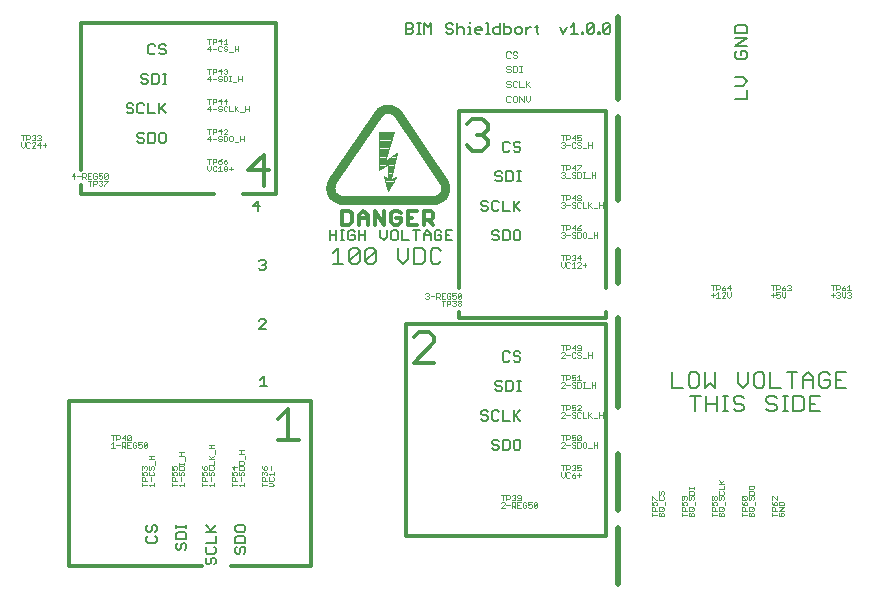
<source format=gto>
G75*
G70*
%OFA0B0*%
%FSLAX24Y24*%
%IPPOS*%
%LPD*%
%AMOC8*
5,1,8,0,0,1.08239X$1,22.5*
%
%ADD10C,0.0060*%
%ADD11C,0.0120*%
%ADD12C,0.0197*%
%ADD13C,0.0070*%
%ADD14C,0.0050*%
%ADD15C,0.0118*%
%ADD16C,0.0140*%
%ADD17C,0.0030*%
%ADD18C,0.0020*%
%ADD19C,0.0295*%
%ADD20C,0.0039*%
D10*
X019709Y010305D02*
X019931Y010305D01*
X019820Y010305D02*
X019820Y010639D01*
X019709Y010528D01*
X019660Y012224D02*
X019882Y012447D01*
X019882Y012503D01*
X019827Y012558D01*
X019715Y012558D01*
X019660Y012503D01*
X019660Y012224D02*
X019882Y012224D01*
X019827Y014193D02*
X019715Y014193D01*
X019660Y014248D01*
X019771Y014360D02*
X019827Y014360D01*
X019882Y014304D01*
X019882Y014248D01*
X019827Y014193D01*
X019827Y014360D02*
X019882Y014415D01*
X019882Y014471D01*
X019827Y014527D01*
X019715Y014527D01*
X019660Y014471D01*
X022022Y015177D02*
X022022Y015511D01*
X022022Y015344D02*
X022244Y015344D01*
X022244Y015511D02*
X022244Y015177D01*
X022384Y015177D02*
X022496Y015177D01*
X022440Y015177D02*
X022440Y015511D01*
X022384Y015511D02*
X022496Y015511D01*
X022626Y015455D02*
X022626Y015233D01*
X022682Y015177D01*
X022793Y015177D01*
X022849Y015233D01*
X022849Y015344D01*
X022737Y015344D01*
X022626Y015455D02*
X022682Y015511D01*
X022793Y015511D01*
X022849Y015455D01*
X022988Y015511D02*
X022988Y015177D01*
X022988Y015344D02*
X023211Y015344D01*
X023211Y015511D02*
X023211Y015177D01*
X023713Y015288D02*
X023713Y015511D01*
X023713Y015288D02*
X023825Y015177D01*
X023936Y015288D01*
X023936Y015511D01*
X024076Y015455D02*
X024076Y015233D01*
X024131Y015177D01*
X024243Y015177D01*
X024299Y015233D01*
X024299Y015455D01*
X024243Y015511D01*
X024131Y015511D01*
X024076Y015455D01*
X024438Y015511D02*
X024438Y015177D01*
X024661Y015177D01*
X024912Y015177D02*
X024912Y015511D01*
X024801Y015511D02*
X025023Y015511D01*
X025163Y015400D02*
X025275Y015511D01*
X025386Y015400D01*
X025386Y015177D01*
X025526Y015233D02*
X025581Y015177D01*
X025693Y015177D01*
X025748Y015233D01*
X025748Y015344D01*
X025637Y015344D01*
X025526Y015455D02*
X025526Y015233D01*
X025386Y015344D02*
X025163Y015344D01*
X025163Y015400D02*
X025163Y015177D01*
X025526Y015455D02*
X025581Y015511D01*
X025693Y015511D01*
X025748Y015455D01*
X025888Y015511D02*
X025888Y015177D01*
X026111Y015177D01*
X026000Y015344D02*
X025888Y015344D01*
X025888Y015511D02*
X026111Y015511D01*
X019685Y016328D02*
X019463Y016328D01*
X019630Y016495D01*
X019630Y016161D01*
X035525Y019901D02*
X035938Y019901D01*
X035938Y020177D01*
X035801Y020336D02*
X035938Y020474D01*
X035801Y020612D01*
X035525Y020612D01*
X035525Y020336D02*
X035801Y020336D01*
X035869Y021206D02*
X035594Y021206D01*
X035525Y021275D01*
X035525Y021413D01*
X035594Y021482D01*
X035732Y021482D02*
X035732Y021344D01*
X035732Y021482D02*
X035869Y021482D01*
X035938Y021413D01*
X035938Y021275D01*
X035869Y021206D01*
X035938Y021641D02*
X035525Y021641D01*
X035938Y021917D01*
X035525Y021917D01*
X035525Y022076D02*
X035525Y022283D01*
X035594Y022352D01*
X035869Y022352D01*
X035938Y022283D01*
X035938Y022076D01*
X035525Y022076D01*
D11*
X025478Y016092D02*
X025478Y015935D01*
X025400Y015856D01*
X025164Y015856D01*
X025164Y015699D02*
X025164Y016170D01*
X025400Y016170D01*
X025478Y016092D01*
X025321Y015856D02*
X025478Y015699D01*
X024934Y015699D02*
X024620Y015699D01*
X024620Y016170D01*
X024934Y016170D01*
X024777Y015935D02*
X024620Y015935D01*
X024391Y015935D02*
X024234Y015935D01*
X024391Y015935D02*
X024391Y015778D01*
X024312Y015699D01*
X024155Y015699D01*
X024077Y015778D01*
X024077Y016092D01*
X024155Y016170D01*
X024312Y016170D01*
X024391Y016092D01*
X023847Y016170D02*
X023847Y015699D01*
X023533Y016170D01*
X023533Y015699D01*
X023303Y015699D02*
X023303Y016013D01*
X023146Y016170D01*
X022989Y016013D01*
X022989Y015699D01*
X022989Y015935D02*
X023303Y015935D01*
X022759Y015778D02*
X022759Y016092D01*
X022681Y016170D01*
X022446Y016170D01*
X022446Y015699D01*
X022681Y015699D01*
X022759Y015778D01*
D12*
X031637Y016525D02*
X031637Y019281D01*
X031637Y019871D02*
X031637Y022627D01*
X031637Y014852D02*
X031637Y013769D01*
X031637Y012588D02*
X031637Y009635D01*
X031637Y008060D02*
X031637Y006190D01*
X031637Y005600D02*
X031637Y003730D01*
D13*
X034208Y009473D02*
X034208Y009994D01*
X034035Y009994D02*
X034382Y009994D01*
X034578Y009994D02*
X034578Y009473D01*
X034578Y009734D02*
X034926Y009734D01*
X034926Y009994D02*
X034926Y009473D01*
X035122Y009473D02*
X035296Y009473D01*
X035209Y009473D02*
X035209Y009994D01*
X035122Y009994D02*
X035296Y009994D01*
X035485Y009908D02*
X035485Y009821D01*
X035571Y009734D01*
X035745Y009734D01*
X035832Y009647D01*
X035832Y009560D01*
X035745Y009473D01*
X035571Y009473D01*
X035485Y009560D01*
X035485Y009908D02*
X035571Y009994D01*
X035745Y009994D01*
X035832Y009908D01*
X035793Y010261D02*
X035619Y010434D01*
X035619Y010782D01*
X035966Y010782D02*
X035966Y010434D01*
X035793Y010261D01*
X036163Y010348D02*
X036163Y010695D01*
X036250Y010782D01*
X036423Y010782D01*
X036510Y010695D01*
X036510Y010348D01*
X036423Y010261D01*
X036250Y010261D01*
X036163Y010348D01*
X036707Y010261D02*
X036707Y010782D01*
X036707Y010261D02*
X037054Y010261D01*
X037116Y009994D02*
X037290Y009994D01*
X037203Y009994D02*
X037203Y009473D01*
X037116Y009473D02*
X037290Y009473D01*
X037478Y009473D02*
X037739Y009473D01*
X037826Y009560D01*
X037826Y009908D01*
X037739Y009994D01*
X037478Y009994D01*
X037478Y009473D01*
X038022Y009473D02*
X038369Y009473D01*
X038196Y009734D02*
X038022Y009734D01*
X038022Y009994D02*
X038022Y009473D01*
X038022Y009994D02*
X038369Y009994D01*
X038425Y010261D02*
X038598Y010261D01*
X038685Y010348D01*
X038685Y010521D01*
X038511Y010521D01*
X038338Y010348D02*
X038338Y010695D01*
X038425Y010782D01*
X038598Y010782D01*
X038685Y010695D01*
X038882Y010782D02*
X038882Y010261D01*
X039229Y010261D01*
X039055Y010521D02*
X038882Y010521D01*
X038882Y010782D02*
X039229Y010782D01*
X038425Y010261D02*
X038338Y010348D01*
X038141Y010261D02*
X038141Y010608D01*
X037968Y010782D01*
X037794Y010608D01*
X037794Y010261D01*
X037794Y010521D02*
X038141Y010521D01*
X037598Y010782D02*
X037250Y010782D01*
X037424Y010782D02*
X037424Y010261D01*
X036919Y009908D02*
X036833Y009994D01*
X036659Y009994D01*
X036572Y009908D01*
X036572Y009821D01*
X036659Y009734D01*
X036833Y009734D01*
X036919Y009647D01*
X036919Y009560D01*
X036833Y009473D01*
X036659Y009473D01*
X036572Y009560D01*
X034879Y010261D02*
X034879Y010782D01*
X034532Y010782D02*
X034532Y010261D01*
X034705Y010434D01*
X034879Y010261D01*
X034335Y010348D02*
X034335Y010695D01*
X034248Y010782D01*
X034075Y010782D01*
X033988Y010695D01*
X033988Y010348D01*
X034075Y010261D01*
X034248Y010261D01*
X034335Y010348D01*
X033791Y010261D02*
X033444Y010261D01*
X033444Y010782D01*
X025735Y014481D02*
X025648Y014395D01*
X025474Y014395D01*
X025388Y014481D01*
X025388Y014829D01*
X025474Y014916D01*
X025648Y014916D01*
X025735Y014829D01*
X025191Y014829D02*
X025191Y014481D01*
X025104Y014395D01*
X024844Y014395D01*
X024844Y014916D01*
X025104Y014916D01*
X025191Y014829D01*
X024648Y014916D02*
X024648Y014568D01*
X024474Y014395D01*
X024300Y014568D01*
X024300Y014916D01*
X023560Y014829D02*
X023560Y014481D01*
X023473Y014395D01*
X023300Y014395D01*
X023213Y014481D01*
X023560Y014829D01*
X023473Y014916D01*
X023300Y014916D01*
X023213Y014829D01*
X023213Y014481D01*
X023016Y014481D02*
X022929Y014395D01*
X022756Y014395D01*
X022669Y014481D01*
X023016Y014829D01*
X023016Y014481D01*
X022669Y014481D02*
X022669Y014829D01*
X022756Y014916D01*
X022929Y014916D01*
X023016Y014829D01*
X022473Y014395D02*
X022125Y014395D01*
X022299Y014395D02*
X022299Y014916D01*
X022125Y014742D01*
D14*
X027063Y016214D02*
X027120Y016156D01*
X027235Y016156D01*
X027292Y016214D01*
X027292Y016271D01*
X027235Y016328D01*
X027120Y016328D01*
X027063Y016386D01*
X027063Y016443D01*
X027120Y016500D01*
X027235Y016500D01*
X027292Y016443D01*
X027425Y016443D02*
X027425Y016214D01*
X027483Y016156D01*
X027597Y016156D01*
X027655Y016214D01*
X027788Y016156D02*
X027788Y016500D01*
X027655Y016443D02*
X027597Y016500D01*
X027483Y016500D01*
X027425Y016443D01*
X027788Y016156D02*
X028017Y016156D01*
X028150Y016156D02*
X028150Y016500D01*
X028208Y016328D02*
X028380Y016156D01*
X028150Y016271D02*
X028380Y016500D01*
X028386Y017141D02*
X028271Y017141D01*
X028328Y017141D02*
X028328Y017485D01*
X028271Y017485D02*
X028386Y017485D01*
X028138Y017427D02*
X028138Y017198D01*
X028081Y017141D01*
X027909Y017141D01*
X027909Y017485D01*
X028081Y017485D01*
X028138Y017427D01*
X027775Y017427D02*
X027718Y017485D01*
X027604Y017485D01*
X027546Y017427D01*
X027546Y017370D01*
X027604Y017313D01*
X027718Y017313D01*
X027775Y017255D01*
X027775Y017198D01*
X027718Y017141D01*
X027604Y017141D01*
X027546Y017198D01*
X027845Y018125D02*
X027960Y018125D01*
X028017Y018182D01*
X028150Y018182D02*
X028208Y018125D01*
X028322Y018125D01*
X028380Y018182D01*
X028380Y018239D01*
X028322Y018297D01*
X028208Y018297D01*
X028150Y018354D01*
X028150Y018411D01*
X028208Y018469D01*
X028322Y018469D01*
X028380Y018411D01*
X028017Y018411D02*
X027960Y018469D01*
X027845Y018469D01*
X027788Y018411D01*
X027788Y018182D01*
X027845Y018125D01*
X027788Y015516D02*
X027960Y015516D01*
X028017Y015459D01*
X028017Y015229D01*
X027960Y015172D01*
X027788Y015172D01*
X027788Y015516D01*
X027655Y015459D02*
X027597Y015516D01*
X027483Y015516D01*
X027425Y015459D01*
X027425Y015401D01*
X027483Y015344D01*
X027597Y015344D01*
X027655Y015287D01*
X027655Y015229D01*
X027597Y015172D01*
X027483Y015172D01*
X027425Y015229D01*
X028150Y015229D02*
X028150Y015459D01*
X028208Y015516D01*
X028322Y015516D01*
X028380Y015459D01*
X028380Y015229D01*
X028322Y015172D01*
X028208Y015172D01*
X028150Y015229D01*
X028208Y011481D02*
X028150Y011423D01*
X028150Y011366D01*
X028208Y011309D01*
X028322Y011309D01*
X028380Y011251D01*
X028380Y011194D01*
X028322Y011137D01*
X028208Y011137D01*
X028150Y011194D01*
X028017Y011194D02*
X027960Y011137D01*
X027845Y011137D01*
X027788Y011194D01*
X027788Y011423D01*
X027845Y011481D01*
X027960Y011481D01*
X028017Y011423D01*
X028208Y011481D02*
X028322Y011481D01*
X028380Y011423D01*
X028386Y010496D02*
X028271Y010496D01*
X028328Y010496D02*
X028328Y010152D01*
X028271Y010152D02*
X028386Y010152D01*
X028138Y010210D02*
X028138Y010439D01*
X028081Y010496D01*
X027909Y010496D01*
X027909Y010152D01*
X028081Y010152D01*
X028138Y010210D01*
X027775Y010210D02*
X027718Y010152D01*
X027604Y010152D01*
X027546Y010210D01*
X027604Y010324D02*
X027718Y010324D01*
X027775Y010267D01*
X027775Y010210D01*
X027604Y010324D02*
X027546Y010382D01*
X027546Y010439D01*
X027604Y010496D01*
X027718Y010496D01*
X027775Y010439D01*
X027788Y009512D02*
X027788Y009168D01*
X028017Y009168D01*
X028150Y009168D02*
X028150Y009512D01*
X028208Y009340D02*
X028380Y009168D01*
X028150Y009283D02*
X028380Y009512D01*
X027655Y009455D02*
X027597Y009512D01*
X027483Y009512D01*
X027425Y009455D01*
X027425Y009225D01*
X027483Y009168D01*
X027597Y009168D01*
X027655Y009225D01*
X027292Y009225D02*
X027235Y009168D01*
X027120Y009168D01*
X027063Y009225D01*
X027120Y009340D02*
X027235Y009340D01*
X027292Y009283D01*
X027292Y009225D01*
X027120Y009340D02*
X027063Y009397D01*
X027063Y009455D01*
X027120Y009512D01*
X027235Y009512D01*
X027292Y009455D01*
X027483Y008528D02*
X027425Y008471D01*
X027425Y008413D01*
X027483Y008356D01*
X027597Y008356D01*
X027655Y008299D01*
X027655Y008241D01*
X027597Y008184D01*
X027483Y008184D01*
X027425Y008241D01*
X027483Y008528D02*
X027597Y008528D01*
X027655Y008471D01*
X027788Y008528D02*
X027788Y008184D01*
X027960Y008184D01*
X028017Y008241D01*
X028017Y008471D01*
X027960Y008528D01*
X027788Y008528D01*
X028150Y008471D02*
X028150Y008241D01*
X028208Y008184D01*
X028322Y008184D01*
X028380Y008241D01*
X028380Y008471D01*
X028322Y008528D01*
X028208Y008528D01*
X028150Y008471D01*
X019211Y005631D02*
X019211Y005516D01*
X019154Y005459D01*
X018924Y005459D01*
X018867Y005516D01*
X018867Y005631D01*
X018924Y005688D01*
X019154Y005688D01*
X019211Y005631D01*
X019154Y005326D02*
X018924Y005326D01*
X018867Y005269D01*
X018867Y005097D01*
X019211Y005097D01*
X019211Y005269D01*
X019154Y005326D01*
X019154Y004963D02*
X019211Y004906D01*
X019211Y004791D01*
X019154Y004734D01*
X019039Y004791D02*
X019039Y004906D01*
X019096Y004963D01*
X019154Y004963D01*
X019039Y004791D02*
X018982Y004734D01*
X018924Y004734D01*
X018867Y004791D01*
X018867Y004906D01*
X018924Y004963D01*
X018227Y004906D02*
X018169Y004963D01*
X018227Y004906D02*
X018227Y004791D01*
X018169Y004734D01*
X017940Y004734D01*
X017883Y004791D01*
X017883Y004906D01*
X017940Y004963D01*
X017883Y005097D02*
X018227Y005097D01*
X018227Y005326D01*
X018227Y005459D02*
X017883Y005459D01*
X018055Y005516D02*
X018227Y005688D01*
X018112Y005459D02*
X017883Y005688D01*
X017242Y005695D02*
X017242Y005580D01*
X017242Y005637D02*
X016898Y005637D01*
X016898Y005580D02*
X016898Y005695D01*
X016956Y005447D02*
X016898Y005389D01*
X016898Y005217D01*
X017242Y005217D01*
X017242Y005389D01*
X017185Y005447D01*
X016956Y005447D01*
X016956Y005084D02*
X016898Y005027D01*
X016898Y004912D01*
X016956Y004855D01*
X017013Y004855D01*
X017070Y004912D01*
X017070Y005027D01*
X017128Y005084D01*
X017185Y005084D01*
X017242Y005027D01*
X017242Y004912D01*
X017185Y004855D01*
X017883Y004544D02*
X017883Y004429D01*
X017940Y004372D01*
X017997Y004372D01*
X018055Y004429D01*
X018055Y004544D01*
X018112Y004601D01*
X018169Y004601D01*
X018227Y004544D01*
X018227Y004429D01*
X018169Y004372D01*
X017940Y004601D02*
X017883Y004544D01*
X016258Y005154D02*
X016258Y005269D01*
X016201Y005326D01*
X016201Y005459D02*
X016258Y005516D01*
X016258Y005631D01*
X016201Y005688D01*
X016144Y005688D01*
X016086Y005631D01*
X016086Y005516D01*
X016029Y005459D01*
X015971Y005459D01*
X015914Y005516D01*
X015914Y005631D01*
X015971Y005688D01*
X015971Y005326D02*
X015914Y005269D01*
X015914Y005154D01*
X015971Y005097D01*
X016201Y005097D01*
X016258Y005154D01*
X016149Y018420D02*
X016206Y018477D01*
X016206Y018707D01*
X016149Y018764D01*
X015977Y018764D01*
X015977Y018420D01*
X016149Y018420D01*
X016339Y018477D02*
X016339Y018707D01*
X016397Y018764D01*
X016511Y018764D01*
X016569Y018707D01*
X016569Y018477D01*
X016511Y018420D01*
X016397Y018420D01*
X016339Y018477D01*
X015844Y018477D02*
X015786Y018420D01*
X015672Y018420D01*
X015614Y018477D01*
X015672Y018592D02*
X015786Y018592D01*
X015844Y018535D01*
X015844Y018477D01*
X015672Y018592D02*
X015614Y018649D01*
X015614Y018707D01*
X015672Y018764D01*
X015786Y018764D01*
X015844Y018707D01*
X015786Y019404D02*
X015844Y019462D01*
X015786Y019404D02*
X015672Y019404D01*
X015614Y019462D01*
X015614Y019691D01*
X015672Y019748D01*
X015786Y019748D01*
X015844Y019691D01*
X015977Y019748D02*
X015977Y019404D01*
X016206Y019404D01*
X016339Y019404D02*
X016339Y019748D01*
X016397Y019576D02*
X016569Y019404D01*
X016339Y019519D02*
X016569Y019748D01*
X016575Y020389D02*
X016460Y020389D01*
X016517Y020389D02*
X016517Y020733D01*
X016460Y020733D02*
X016575Y020733D01*
X016327Y020675D02*
X016270Y020733D01*
X016098Y020733D01*
X016098Y020389D01*
X016270Y020389D01*
X016327Y020446D01*
X016327Y020675D01*
X015964Y020675D02*
X015907Y020733D01*
X015792Y020733D01*
X015735Y020675D01*
X015735Y020618D01*
X015792Y020561D01*
X015907Y020561D01*
X015964Y020503D01*
X015964Y020446D01*
X015907Y020389D01*
X015792Y020389D01*
X015735Y020446D01*
X015424Y019748D02*
X015309Y019748D01*
X015252Y019691D01*
X015252Y019634D01*
X015309Y019576D01*
X015424Y019576D01*
X015481Y019519D01*
X015481Y019462D01*
X015424Y019404D01*
X015309Y019404D01*
X015252Y019462D01*
X015481Y019691D02*
X015424Y019748D01*
X016034Y021373D02*
X016149Y021373D01*
X016206Y021430D01*
X016339Y021430D02*
X016397Y021373D01*
X016511Y021373D01*
X016569Y021430D01*
X016569Y021488D01*
X016511Y021545D01*
X016397Y021545D01*
X016339Y021602D01*
X016339Y021660D01*
X016397Y021717D01*
X016511Y021717D01*
X016569Y021660D01*
X016206Y021660D02*
X016149Y021717D01*
X016034Y021717D01*
X015977Y021660D01*
X015977Y021430D01*
X016034Y021373D01*
X024576Y022062D02*
X024748Y022062D01*
X024805Y022119D01*
X024805Y022176D01*
X024748Y022234D01*
X024576Y022234D01*
X024576Y022062D02*
X024576Y022406D01*
X024748Y022406D01*
X024805Y022349D01*
X024805Y022291D01*
X024748Y022234D01*
X024938Y022406D02*
X025053Y022406D01*
X024996Y022406D02*
X024996Y022062D01*
X025053Y022062D02*
X024938Y022062D01*
X025180Y022062D02*
X025180Y022406D01*
X025295Y022291D01*
X025409Y022406D01*
X025409Y022062D01*
X025905Y022119D02*
X025962Y022062D01*
X026077Y022062D01*
X026134Y022119D01*
X026134Y022176D01*
X026077Y022234D01*
X025962Y022234D01*
X025905Y022291D01*
X025905Y022349D01*
X025962Y022406D01*
X026077Y022406D01*
X026134Y022349D01*
X026267Y022406D02*
X026267Y022062D01*
X026267Y022234D02*
X026325Y022291D01*
X026439Y022291D01*
X026497Y022234D01*
X026497Y022062D01*
X026630Y022062D02*
X026745Y022062D01*
X026687Y022062D02*
X026687Y022291D01*
X026630Y022291D01*
X026687Y022406D02*
X026687Y022463D01*
X026872Y022234D02*
X026929Y022291D01*
X027044Y022291D01*
X027101Y022234D01*
X027101Y022176D01*
X026872Y022176D01*
X026872Y022119D02*
X026872Y022234D01*
X026872Y022119D02*
X026929Y022062D01*
X027044Y022062D01*
X027234Y022062D02*
X027349Y022062D01*
X027291Y022062D02*
X027291Y022406D01*
X027234Y022406D01*
X027476Y022234D02*
X027533Y022291D01*
X027705Y022291D01*
X027705Y022406D02*
X027705Y022062D01*
X027533Y022062D01*
X027476Y022119D01*
X027476Y022234D01*
X027838Y022291D02*
X028010Y022291D01*
X028067Y022234D01*
X028067Y022119D01*
X028010Y022062D01*
X027838Y022062D01*
X027838Y022406D01*
X028201Y022234D02*
X028201Y022119D01*
X028258Y022062D01*
X028373Y022062D01*
X028430Y022119D01*
X028430Y022234D01*
X028373Y022291D01*
X028258Y022291D01*
X028201Y022234D01*
X028563Y022291D02*
X028563Y022062D01*
X028563Y022176D02*
X028678Y022291D01*
X028735Y022291D01*
X028865Y022291D02*
X028980Y022291D01*
X028923Y022349D02*
X028923Y022119D01*
X028980Y022062D01*
X029694Y022291D02*
X029809Y022062D01*
X029923Y022291D01*
X030056Y022291D02*
X030171Y022406D01*
X030171Y022062D01*
X030056Y022062D02*
X030286Y022062D01*
X030419Y022062D02*
X030476Y022062D01*
X030476Y022119D01*
X030419Y022119D01*
X030419Y022062D01*
X030600Y022119D02*
X030829Y022349D01*
X030829Y022119D01*
X030772Y022062D01*
X030657Y022062D01*
X030600Y022119D01*
X030600Y022349D01*
X030657Y022406D01*
X030772Y022406D01*
X030829Y022349D01*
X030963Y022119D02*
X031020Y022119D01*
X031020Y022062D01*
X030963Y022062D01*
X030963Y022119D01*
X031144Y022119D02*
X031373Y022349D01*
X031373Y022119D01*
X031316Y022062D01*
X031201Y022062D01*
X031144Y022119D01*
X031144Y022349D01*
X031201Y022406D01*
X031316Y022406D01*
X031373Y022349D01*
D15*
X013330Y009832D02*
X013330Y004320D01*
X017760Y004320D01*
X018744Y004320D02*
X021401Y004320D01*
X021401Y009832D01*
X013330Y009832D01*
X013724Y016722D02*
X013724Y017017D01*
X013724Y016722D02*
X018153Y016722D01*
X019137Y016722D02*
X020220Y016722D01*
X020220Y022431D01*
X013724Y022431D01*
X013724Y017509D01*
X024551Y012391D02*
X024551Y005305D01*
X031244Y005305D01*
X031244Y012391D01*
X024551Y012391D01*
X026323Y012588D02*
X031244Y012588D01*
X031244Y012785D01*
X031244Y013572D02*
X031244Y019478D01*
X026323Y019478D01*
X026323Y013572D01*
X026323Y012785D02*
X026323Y012588D01*
D16*
X025512Y011952D02*
X025339Y012125D01*
X024991Y012125D01*
X024818Y011952D01*
X025512Y011952D02*
X025512Y011778D01*
X024818Y011083D01*
X025512Y011083D01*
X020985Y008524D02*
X020290Y008524D01*
X020637Y008524D02*
X020637Y009566D01*
X020290Y009219D01*
X019827Y016989D02*
X019827Y018031D01*
X019306Y017510D01*
X020001Y017510D01*
X026589Y018344D02*
X026763Y018170D01*
X027110Y018170D01*
X027284Y018344D01*
X027284Y018517D01*
X027110Y018691D01*
X026937Y018691D01*
X027110Y018691D02*
X027284Y018864D01*
X027284Y019038D01*
X027110Y019212D01*
X026763Y019212D01*
X026589Y019038D01*
D17*
X027912Y019822D02*
X027947Y019788D01*
X028016Y019788D01*
X028050Y019822D01*
X028130Y019822D02*
X028164Y019788D01*
X028233Y019788D01*
X028267Y019822D01*
X028267Y019960D01*
X028233Y019994D01*
X028164Y019994D01*
X028130Y019960D01*
X028130Y019822D01*
X028050Y019960D02*
X028016Y019994D01*
X027947Y019994D01*
X027912Y019960D01*
X027912Y019822D01*
X028347Y019788D02*
X028347Y019994D01*
X028485Y019788D01*
X028485Y019994D01*
X028565Y019994D02*
X028565Y019857D01*
X028634Y019788D01*
X028702Y019857D01*
X028702Y019994D01*
X028702Y020280D02*
X028599Y020383D01*
X028565Y020349D02*
X028702Y020487D01*
X028565Y020487D02*
X028565Y020280D01*
X028485Y020280D02*
X028347Y020280D01*
X028347Y020487D01*
X028267Y020452D02*
X028233Y020487D01*
X028164Y020487D01*
X028130Y020452D01*
X028130Y020315D01*
X028164Y020280D01*
X028233Y020280D01*
X028267Y020315D01*
X028050Y020315D02*
X028016Y020280D01*
X027947Y020280D01*
X027912Y020315D01*
X027947Y020383D02*
X028016Y020383D01*
X028050Y020349D01*
X028050Y020315D01*
X027947Y020383D02*
X027912Y020418D01*
X027912Y020452D01*
X027947Y020487D01*
X028016Y020487D01*
X028050Y020452D01*
X028016Y020772D02*
X027947Y020772D01*
X027912Y020807D01*
X027947Y020876D02*
X028016Y020876D01*
X028050Y020841D01*
X028050Y020807D01*
X028016Y020772D01*
X028130Y020772D02*
X028233Y020772D01*
X028267Y020807D01*
X028267Y020944D01*
X028233Y020979D01*
X028130Y020979D01*
X028130Y020772D01*
X028050Y020944D02*
X028016Y020979D01*
X027947Y020979D01*
X027912Y020944D01*
X027912Y020910D01*
X027947Y020876D01*
X027947Y021264D02*
X028016Y021264D01*
X028050Y021299D01*
X028130Y021299D02*
X028164Y021264D01*
X028233Y021264D01*
X028267Y021299D01*
X028267Y021333D01*
X028233Y021368D01*
X028164Y021368D01*
X028130Y021402D01*
X028130Y021436D01*
X028164Y021471D01*
X028233Y021471D01*
X028267Y021436D01*
X028050Y021436D02*
X028016Y021471D01*
X027947Y021471D01*
X027912Y021436D01*
X027912Y021299D01*
X027947Y021264D01*
X028347Y020979D02*
X028416Y020979D01*
X028382Y020979D02*
X028382Y020772D01*
X028416Y020772D02*
X028347Y020772D01*
D18*
X029734Y018681D02*
X029852Y018681D01*
X029793Y018681D02*
X029793Y018504D01*
X029764Y018444D02*
X029823Y018444D01*
X029852Y018415D01*
X029852Y018385D01*
X029823Y018356D01*
X029852Y018326D01*
X029852Y018297D01*
X029823Y018267D01*
X029764Y018267D01*
X029734Y018297D01*
X029793Y018356D02*
X029823Y018356D01*
X029915Y018356D02*
X030033Y018356D01*
X030097Y018415D02*
X030097Y018297D01*
X030126Y018267D01*
X030185Y018267D01*
X030215Y018297D01*
X030278Y018297D02*
X030307Y018267D01*
X030366Y018267D01*
X030396Y018297D01*
X030396Y018326D01*
X030366Y018356D01*
X030307Y018356D01*
X030278Y018385D01*
X030278Y018415D01*
X030307Y018444D01*
X030366Y018444D01*
X030396Y018415D01*
X030366Y018504D02*
X030307Y018504D01*
X030278Y018533D01*
X030278Y018592D02*
X030337Y018622D01*
X030366Y018622D01*
X030396Y018592D01*
X030396Y018533D01*
X030366Y018504D01*
X030278Y018592D02*
X030278Y018681D01*
X030396Y018681D01*
X030215Y018592D02*
X030097Y018592D01*
X030185Y018681D01*
X030185Y018504D01*
X030185Y018444D02*
X030126Y018444D01*
X030097Y018415D01*
X030185Y018444D02*
X030215Y018415D01*
X030033Y018592D02*
X030004Y018563D01*
X029915Y018563D01*
X029915Y018504D02*
X029915Y018681D01*
X030004Y018681D01*
X030033Y018651D01*
X030033Y018592D01*
X029764Y018444D02*
X029734Y018415D01*
X030459Y018238D02*
X030577Y018238D01*
X030640Y018267D02*
X030640Y018444D01*
X030640Y018356D02*
X030758Y018356D01*
X030758Y018444D02*
X030758Y018267D01*
X030396Y017681D02*
X030396Y017651D01*
X030278Y017533D01*
X030278Y017504D01*
X030278Y017444D02*
X030366Y017444D01*
X030396Y017415D01*
X030396Y017297D01*
X030366Y017267D01*
X030278Y017267D01*
X030278Y017444D01*
X030215Y017415D02*
X030185Y017444D01*
X030126Y017444D01*
X030097Y017415D01*
X030097Y017385D01*
X030126Y017356D01*
X030185Y017356D01*
X030215Y017326D01*
X030215Y017297D01*
X030185Y017267D01*
X030126Y017267D01*
X030097Y017297D01*
X030033Y017238D02*
X029915Y017238D01*
X029852Y017297D02*
X029823Y017267D01*
X029764Y017267D01*
X029734Y017297D01*
X029793Y017356D02*
X029823Y017356D01*
X029852Y017326D01*
X029852Y017297D01*
X029823Y017356D02*
X029852Y017385D01*
X029852Y017415D01*
X029823Y017444D01*
X029764Y017444D01*
X029734Y017415D01*
X029793Y017504D02*
X029793Y017681D01*
X029734Y017681D02*
X029852Y017681D01*
X029915Y017681D02*
X030004Y017681D01*
X030033Y017651D01*
X030033Y017592D01*
X030004Y017563D01*
X029915Y017563D01*
X029915Y017504D02*
X029915Y017681D01*
X030097Y017592D02*
X030185Y017681D01*
X030185Y017504D01*
X030215Y017592D02*
X030097Y017592D01*
X030278Y017681D02*
X030396Y017681D01*
X030459Y017444D02*
X030518Y017444D01*
X030488Y017444D02*
X030488Y017267D01*
X030459Y017267D02*
X030518Y017267D01*
X030580Y017238D02*
X030698Y017238D01*
X030761Y017267D02*
X030761Y017444D01*
X030761Y017356D02*
X030879Y017356D01*
X030879Y017444D02*
X030879Y017267D01*
X030366Y016681D02*
X030396Y016651D01*
X030396Y016622D01*
X030366Y016592D01*
X030307Y016592D01*
X030278Y016622D01*
X030278Y016651D01*
X030307Y016681D01*
X030366Y016681D01*
X030366Y016592D02*
X030396Y016563D01*
X030396Y016533D01*
X030366Y016504D01*
X030307Y016504D01*
X030278Y016533D01*
X030278Y016563D01*
X030307Y016592D01*
X030215Y016592D02*
X030097Y016592D01*
X030185Y016681D01*
X030185Y016504D01*
X030185Y016444D02*
X030126Y016444D01*
X030097Y016415D01*
X030097Y016385D01*
X030126Y016356D01*
X030185Y016356D01*
X030215Y016326D01*
X030215Y016297D01*
X030185Y016267D01*
X030126Y016267D01*
X030097Y016297D01*
X030033Y016356D02*
X029915Y016356D01*
X029852Y016385D02*
X029823Y016356D01*
X029852Y016326D01*
X029852Y016297D01*
X029823Y016267D01*
X029764Y016267D01*
X029734Y016297D01*
X029793Y016356D02*
X029823Y016356D01*
X029852Y016385D02*
X029852Y016415D01*
X029823Y016444D01*
X029764Y016444D01*
X029734Y016415D01*
X029793Y016504D02*
X029793Y016681D01*
X029734Y016681D02*
X029852Y016681D01*
X029915Y016681D02*
X030004Y016681D01*
X030033Y016651D01*
X030033Y016592D01*
X030004Y016563D01*
X029915Y016563D01*
X029915Y016504D02*
X029915Y016681D01*
X030185Y016444D02*
X030215Y016415D01*
X030278Y016415D02*
X030278Y016297D01*
X030307Y016267D01*
X030366Y016267D01*
X030396Y016297D01*
X030459Y016267D02*
X030577Y016267D01*
X030640Y016267D02*
X030640Y016444D01*
X030670Y016356D02*
X030758Y016267D01*
X030821Y016238D02*
X030939Y016238D01*
X031003Y016267D02*
X031003Y016444D01*
X031003Y016356D02*
X031121Y016356D01*
X031121Y016444D02*
X031121Y016267D01*
X030758Y016444D02*
X030640Y016326D01*
X030459Y016267D02*
X030459Y016444D01*
X030396Y016415D02*
X030366Y016444D01*
X030307Y016444D01*
X030278Y016415D01*
X030185Y015681D02*
X030097Y015592D01*
X030215Y015592D01*
X030278Y015592D02*
X030366Y015592D01*
X030396Y015563D01*
X030396Y015533D01*
X030366Y015504D01*
X030307Y015504D01*
X030278Y015533D01*
X030278Y015592D01*
X030337Y015651D01*
X030396Y015681D01*
X030185Y015681D02*
X030185Y015504D01*
X030185Y015444D02*
X030126Y015444D01*
X030097Y015415D01*
X030097Y015385D01*
X030126Y015356D01*
X030185Y015356D01*
X030215Y015326D01*
X030215Y015297D01*
X030185Y015267D01*
X030126Y015267D01*
X030097Y015297D01*
X030033Y015356D02*
X029915Y015356D01*
X029852Y015385D02*
X029823Y015356D01*
X029852Y015326D01*
X029852Y015297D01*
X029823Y015267D01*
X029764Y015267D01*
X029734Y015297D01*
X029793Y015356D02*
X029823Y015356D01*
X029852Y015385D02*
X029852Y015415D01*
X029823Y015444D01*
X029764Y015444D01*
X029734Y015415D01*
X029793Y015504D02*
X029793Y015681D01*
X029734Y015681D02*
X029852Y015681D01*
X029915Y015681D02*
X030004Y015681D01*
X030033Y015651D01*
X030033Y015592D01*
X030004Y015563D01*
X029915Y015563D01*
X029915Y015504D02*
X029915Y015681D01*
X030185Y015444D02*
X030215Y015415D01*
X030278Y015444D02*
X030366Y015444D01*
X030396Y015415D01*
X030396Y015297D01*
X030366Y015267D01*
X030278Y015267D01*
X030278Y015444D01*
X030459Y015415D02*
X030459Y015297D01*
X030488Y015267D01*
X030547Y015267D01*
X030577Y015297D01*
X030577Y015415D01*
X030547Y015444D01*
X030488Y015444D01*
X030459Y015415D01*
X030640Y015238D02*
X030758Y015238D01*
X030821Y015267D02*
X030821Y015444D01*
X030821Y015356D02*
X030939Y015356D01*
X030939Y015444D02*
X030939Y015267D01*
X030366Y014681D02*
X030278Y014592D01*
X030396Y014592D01*
X030366Y014504D02*
X030366Y014681D01*
X030215Y014651D02*
X030215Y014622D01*
X030185Y014592D01*
X030215Y014563D01*
X030215Y014533D01*
X030185Y014504D01*
X030126Y014504D01*
X030097Y014533D01*
X030156Y014592D02*
X030185Y014592D01*
X030215Y014651D02*
X030185Y014681D01*
X030126Y014681D01*
X030097Y014651D01*
X030033Y014651D02*
X030033Y014592D01*
X030004Y014563D01*
X029915Y014563D01*
X029915Y014504D02*
X029915Y014681D01*
X030004Y014681D01*
X030033Y014651D01*
X029852Y014681D02*
X029734Y014681D01*
X029793Y014681D02*
X029793Y014504D01*
X029734Y014444D02*
X029734Y014326D01*
X029793Y014267D01*
X029852Y014326D01*
X029852Y014444D01*
X029915Y014415D02*
X029915Y014297D01*
X029945Y014267D01*
X030004Y014267D01*
X030033Y014297D01*
X030097Y014267D02*
X030215Y014267D01*
X030156Y014267D02*
X030156Y014444D01*
X030097Y014385D01*
X030033Y014415D02*
X030004Y014444D01*
X029945Y014444D01*
X029915Y014415D01*
X030278Y014415D02*
X030307Y014444D01*
X030366Y014444D01*
X030396Y014415D01*
X030396Y014385D01*
X030278Y014267D01*
X030396Y014267D01*
X030459Y014356D02*
X030577Y014356D01*
X030518Y014415D02*
X030518Y014297D01*
X026411Y013375D02*
X026293Y013257D01*
X026322Y013228D01*
X026381Y013228D01*
X026411Y013257D01*
X026411Y013375D01*
X026381Y013405D01*
X026322Y013405D01*
X026293Y013375D01*
X026293Y013257D01*
X026230Y013257D02*
X026230Y013316D01*
X026200Y013346D01*
X026171Y013346D01*
X026112Y013316D01*
X026112Y013405D01*
X026230Y013405D01*
X026230Y013257D02*
X026200Y013228D01*
X026141Y013228D01*
X026112Y013257D01*
X026048Y013257D02*
X026048Y013316D01*
X025989Y013316D01*
X025930Y013375D02*
X025930Y013257D01*
X025960Y013228D01*
X026019Y013228D01*
X026048Y013257D01*
X026019Y013169D02*
X026048Y013139D01*
X026048Y013080D01*
X026019Y013051D01*
X025930Y013051D01*
X025930Y012992D02*
X025930Y013169D01*
X026019Y013169D01*
X026112Y013139D02*
X026141Y013169D01*
X026200Y013169D01*
X026230Y013139D01*
X026230Y013110D01*
X026200Y013080D01*
X026230Y013051D01*
X026230Y013021D01*
X026200Y012992D01*
X026141Y012992D01*
X026112Y013021D01*
X026171Y013080D02*
X026200Y013080D01*
X026293Y013051D02*
X026322Y013080D01*
X026381Y013080D01*
X026411Y013051D01*
X026411Y013021D01*
X026381Y012992D01*
X026322Y012992D01*
X026293Y013021D01*
X026293Y013051D01*
X026322Y013080D02*
X026293Y013110D01*
X026293Y013139D01*
X026322Y013169D01*
X026381Y013169D01*
X026411Y013139D01*
X026411Y013110D01*
X026381Y013080D01*
X026048Y013375D02*
X026019Y013405D01*
X025960Y013405D01*
X025930Y013375D01*
X025867Y013405D02*
X025749Y013405D01*
X025749Y013228D01*
X025867Y013228D01*
X025867Y013169D02*
X025749Y013169D01*
X025808Y013169D02*
X025808Y012992D01*
X025686Y013228D02*
X025627Y013287D01*
X025656Y013287D02*
X025568Y013287D01*
X025568Y013228D02*
X025568Y013405D01*
X025656Y013405D01*
X025686Y013375D01*
X025686Y013316D01*
X025656Y013287D01*
X025749Y013316D02*
X025808Y013316D01*
X025505Y013316D02*
X025387Y013316D01*
X025323Y013287D02*
X025323Y013257D01*
X025294Y013228D01*
X025235Y013228D01*
X025205Y013257D01*
X025264Y013316D02*
X025294Y013316D01*
X025323Y013287D01*
X025294Y013316D02*
X025323Y013346D01*
X025323Y013375D01*
X025294Y013405D01*
X025235Y013405D01*
X025205Y013375D01*
X029734Y011681D02*
X029852Y011681D01*
X029793Y011681D02*
X029793Y011504D01*
X029764Y011444D02*
X029734Y011415D01*
X029764Y011444D02*
X029823Y011444D01*
X029852Y011415D01*
X029852Y011385D01*
X029734Y011267D01*
X029852Y011267D01*
X029915Y011356D02*
X030033Y011356D01*
X030097Y011415D02*
X030097Y011297D01*
X030126Y011267D01*
X030185Y011267D01*
X030215Y011297D01*
X030278Y011297D02*
X030307Y011267D01*
X030366Y011267D01*
X030396Y011297D01*
X030396Y011326D01*
X030366Y011356D01*
X030307Y011356D01*
X030278Y011385D01*
X030278Y011415D01*
X030307Y011444D01*
X030366Y011444D01*
X030396Y011415D01*
X030366Y011504D02*
X030396Y011533D01*
X030396Y011651D01*
X030366Y011681D01*
X030307Y011681D01*
X030278Y011651D01*
X030278Y011622D01*
X030307Y011592D01*
X030396Y011592D01*
X030366Y011504D02*
X030307Y011504D01*
X030278Y011533D01*
X030215Y011592D02*
X030097Y011592D01*
X030185Y011681D01*
X030185Y011504D01*
X030185Y011444D02*
X030126Y011444D01*
X030097Y011415D01*
X030185Y011444D02*
X030215Y011415D01*
X030033Y011592D02*
X030004Y011563D01*
X029915Y011563D01*
X029915Y011504D02*
X029915Y011681D01*
X030004Y011681D01*
X030033Y011651D01*
X030033Y011592D01*
X030459Y011238D02*
X030577Y011238D01*
X030640Y011267D02*
X030640Y011444D01*
X030640Y011356D02*
X030758Y011356D01*
X030758Y011444D02*
X030758Y011267D01*
X030337Y010681D02*
X030337Y010504D01*
X030278Y010504D02*
X030396Y010504D01*
X030366Y010444D02*
X030278Y010444D01*
X030278Y010267D01*
X030366Y010267D01*
X030396Y010297D01*
X030396Y010415D01*
X030366Y010444D01*
X030459Y010444D02*
X030518Y010444D01*
X030488Y010444D02*
X030488Y010267D01*
X030459Y010267D02*
X030518Y010267D01*
X030580Y010238D02*
X030698Y010238D01*
X030761Y010267D02*
X030761Y010444D01*
X030761Y010356D02*
X030879Y010356D01*
X030879Y010444D02*
X030879Y010267D01*
X030215Y010297D02*
X030185Y010267D01*
X030126Y010267D01*
X030097Y010297D01*
X030126Y010356D02*
X030185Y010356D01*
X030215Y010326D01*
X030215Y010297D01*
X030126Y010356D02*
X030097Y010385D01*
X030097Y010415D01*
X030126Y010444D01*
X030185Y010444D01*
X030215Y010415D01*
X030185Y010504D02*
X030215Y010533D01*
X030215Y010592D01*
X030185Y010622D01*
X030156Y010622D01*
X030097Y010592D01*
X030097Y010681D01*
X030215Y010681D01*
X030278Y010622D02*
X030337Y010681D01*
X030185Y010504D02*
X030126Y010504D01*
X030097Y010533D01*
X030033Y010592D02*
X030004Y010563D01*
X029915Y010563D01*
X029915Y010504D02*
X029915Y010681D01*
X030004Y010681D01*
X030033Y010651D01*
X030033Y010592D01*
X029852Y010681D02*
X029734Y010681D01*
X029793Y010681D02*
X029793Y010504D01*
X029764Y010444D02*
X029734Y010415D01*
X029764Y010444D02*
X029823Y010444D01*
X029852Y010415D01*
X029852Y010385D01*
X029734Y010267D01*
X029852Y010267D01*
X029915Y010356D02*
X030033Y010356D01*
X030004Y009681D02*
X030033Y009651D01*
X030033Y009592D01*
X030004Y009563D01*
X029915Y009563D01*
X029915Y009504D02*
X029915Y009681D01*
X030004Y009681D01*
X030097Y009681D02*
X030097Y009592D01*
X030156Y009622D01*
X030185Y009622D01*
X030215Y009592D01*
X030215Y009533D01*
X030185Y009504D01*
X030126Y009504D01*
X030097Y009533D01*
X030126Y009444D02*
X030097Y009415D01*
X030097Y009385D01*
X030126Y009356D01*
X030185Y009356D01*
X030215Y009326D01*
X030215Y009297D01*
X030185Y009267D01*
X030126Y009267D01*
X030097Y009297D01*
X030033Y009356D02*
X029915Y009356D01*
X029852Y009385D02*
X029852Y009415D01*
X029823Y009444D01*
X029764Y009444D01*
X029734Y009415D01*
X029793Y009504D02*
X029793Y009681D01*
X029734Y009681D02*
X029852Y009681D01*
X030097Y009681D02*
X030215Y009681D01*
X030278Y009651D02*
X030307Y009681D01*
X030366Y009681D01*
X030396Y009651D01*
X030396Y009622D01*
X030278Y009504D01*
X030396Y009504D01*
X030366Y009444D02*
X030307Y009444D01*
X030278Y009415D01*
X030278Y009297D01*
X030307Y009267D01*
X030366Y009267D01*
X030396Y009297D01*
X030459Y009267D02*
X030459Y009444D01*
X030396Y009415D02*
X030366Y009444D01*
X030215Y009415D02*
X030185Y009444D01*
X030126Y009444D01*
X029852Y009385D02*
X029734Y009267D01*
X029852Y009267D01*
X029852Y008681D02*
X029734Y008681D01*
X029793Y008681D02*
X029793Y008504D01*
X029764Y008444D02*
X029734Y008415D01*
X029764Y008444D02*
X029823Y008444D01*
X029852Y008415D01*
X029852Y008385D01*
X029734Y008267D01*
X029852Y008267D01*
X029915Y008356D02*
X030033Y008356D01*
X030097Y008385D02*
X030126Y008356D01*
X030185Y008356D01*
X030215Y008326D01*
X030215Y008297D01*
X030185Y008267D01*
X030126Y008267D01*
X030097Y008297D01*
X030097Y008385D02*
X030097Y008415D01*
X030126Y008444D01*
X030185Y008444D01*
X030215Y008415D01*
X030278Y008444D02*
X030366Y008444D01*
X030396Y008415D01*
X030396Y008297D01*
X030366Y008267D01*
X030278Y008267D01*
X030278Y008444D01*
X030307Y008504D02*
X030278Y008533D01*
X030396Y008651D01*
X030396Y008533D01*
X030366Y008504D01*
X030307Y008504D01*
X030278Y008533D02*
X030278Y008651D01*
X030307Y008681D01*
X030366Y008681D01*
X030396Y008651D01*
X030215Y008681D02*
X030097Y008681D01*
X030097Y008592D01*
X030156Y008622D01*
X030185Y008622D01*
X030215Y008592D01*
X030215Y008533D01*
X030185Y008504D01*
X030126Y008504D01*
X030097Y008533D01*
X030033Y008592D02*
X030004Y008563D01*
X029915Y008563D01*
X029915Y008504D02*
X029915Y008681D01*
X030004Y008681D01*
X030033Y008651D01*
X030033Y008592D01*
X030459Y008415D02*
X030459Y008297D01*
X030488Y008267D01*
X030547Y008267D01*
X030577Y008297D01*
X030577Y008415D01*
X030547Y008444D01*
X030488Y008444D01*
X030459Y008415D01*
X030640Y008238D02*
X030758Y008238D01*
X030821Y008267D02*
X030821Y008444D01*
X030821Y008356D02*
X030939Y008356D01*
X030939Y008444D02*
X030939Y008267D01*
X030396Y007681D02*
X030278Y007681D01*
X030278Y007592D01*
X030337Y007622D01*
X030366Y007622D01*
X030396Y007592D01*
X030396Y007533D01*
X030366Y007504D01*
X030307Y007504D01*
X030278Y007533D01*
X030215Y007533D02*
X030185Y007504D01*
X030126Y007504D01*
X030097Y007533D01*
X030156Y007592D02*
X030185Y007592D01*
X030215Y007563D01*
X030215Y007533D01*
X030185Y007592D02*
X030215Y007622D01*
X030215Y007651D01*
X030185Y007681D01*
X030126Y007681D01*
X030097Y007651D01*
X030033Y007651D02*
X030033Y007592D01*
X030004Y007563D01*
X029915Y007563D01*
X029915Y007504D02*
X029915Y007681D01*
X030004Y007681D01*
X030033Y007651D01*
X029852Y007681D02*
X029734Y007681D01*
X029793Y007681D02*
X029793Y007504D01*
X029734Y007444D02*
X029734Y007326D01*
X029793Y007267D01*
X029852Y007326D01*
X029852Y007444D01*
X029915Y007415D02*
X029945Y007444D01*
X030004Y007444D01*
X030033Y007415D01*
X030097Y007356D02*
X030185Y007356D01*
X030215Y007326D01*
X030215Y007297D01*
X030185Y007267D01*
X030126Y007267D01*
X030097Y007297D01*
X030097Y007356D01*
X030156Y007415D01*
X030215Y007444D01*
X030278Y007356D02*
X030396Y007356D01*
X030337Y007415D02*
X030337Y007297D01*
X030033Y007297D02*
X030004Y007267D01*
X029945Y007267D01*
X029915Y007297D01*
X029915Y007415D01*
X028939Y006415D02*
X028821Y006297D01*
X028851Y006267D01*
X028910Y006267D01*
X028939Y006297D01*
X028939Y006415D01*
X028910Y006444D01*
X028851Y006444D01*
X028821Y006415D01*
X028821Y006297D01*
X028758Y006297D02*
X028729Y006267D01*
X028670Y006267D01*
X028640Y006297D01*
X028640Y006356D02*
X028699Y006385D01*
X028729Y006385D01*
X028758Y006356D01*
X028758Y006297D01*
X028640Y006356D02*
X028640Y006444D01*
X028758Y006444D01*
X028577Y006415D02*
X028547Y006444D01*
X028488Y006444D01*
X028459Y006415D01*
X028459Y006297D01*
X028488Y006267D01*
X028547Y006267D01*
X028577Y006297D01*
X028577Y006356D01*
X028518Y006356D01*
X028396Y006444D02*
X028278Y006444D01*
X028278Y006267D01*
X028396Y006267D01*
X028337Y006356D02*
X028278Y006356D01*
X028215Y006356D02*
X028185Y006326D01*
X028097Y006326D01*
X028156Y006326D02*
X028215Y006267D01*
X028215Y006356D02*
X028215Y006415D01*
X028185Y006444D01*
X028097Y006444D01*
X028097Y006267D01*
X028033Y006356D02*
X027915Y006356D01*
X027852Y006385D02*
X027852Y006415D01*
X027823Y006444D01*
X027764Y006444D01*
X027734Y006415D01*
X027793Y006504D02*
X027793Y006681D01*
X027734Y006681D02*
X027852Y006681D01*
X027915Y006681D02*
X028004Y006681D01*
X028033Y006651D01*
X028033Y006592D01*
X028004Y006563D01*
X027915Y006563D01*
X027915Y006504D02*
X027915Y006681D01*
X028097Y006651D02*
X028126Y006681D01*
X028185Y006681D01*
X028215Y006651D01*
X028215Y006622D01*
X028185Y006592D01*
X028215Y006563D01*
X028215Y006533D01*
X028185Y006504D01*
X028126Y006504D01*
X028097Y006533D01*
X028156Y006592D02*
X028185Y006592D01*
X028278Y006622D02*
X028307Y006592D01*
X028396Y006592D01*
X028396Y006533D02*
X028396Y006651D01*
X028366Y006681D01*
X028307Y006681D01*
X028278Y006651D01*
X028278Y006622D01*
X028278Y006533D02*
X028307Y006504D01*
X028366Y006504D01*
X028396Y006533D01*
X027852Y006385D02*
X027734Y006267D01*
X027852Y006267D01*
X030459Y009267D02*
X030577Y009267D01*
X030640Y009267D02*
X030640Y009444D01*
X030670Y009356D02*
X030758Y009267D01*
X030821Y009238D02*
X030939Y009238D01*
X031003Y009267D02*
X031003Y009444D01*
X031003Y009356D02*
X031121Y009356D01*
X031121Y009444D02*
X031121Y009267D01*
X030758Y009444D02*
X030640Y009326D01*
X033015Y006819D02*
X032986Y006789D01*
X032986Y006730D01*
X033015Y006701D01*
X033045Y006701D01*
X033074Y006730D01*
X033074Y006789D01*
X033104Y006819D01*
X033133Y006819D01*
X033163Y006789D01*
X033163Y006730D01*
X033133Y006701D01*
X033133Y006638D02*
X033163Y006608D01*
X033163Y006549D01*
X033133Y006520D01*
X033015Y006520D01*
X032986Y006549D01*
X032986Y006608D01*
X033015Y006638D01*
X032927Y006520D02*
X032897Y006520D01*
X032779Y006638D01*
X032750Y006638D01*
X032750Y006520D01*
X032750Y006456D02*
X032750Y006338D01*
X032838Y006338D01*
X032809Y006397D01*
X032809Y006427D01*
X032838Y006456D01*
X032897Y006456D01*
X032927Y006427D01*
X032927Y006368D01*
X032897Y006338D01*
X032838Y006275D02*
X032868Y006246D01*
X032868Y006157D01*
X032927Y006157D02*
X032750Y006157D01*
X032750Y006246D01*
X032779Y006275D01*
X032838Y006275D01*
X032986Y006246D02*
X033015Y006275D01*
X033133Y006275D01*
X033163Y006246D01*
X033163Y006187D01*
X033133Y006157D01*
X033015Y006157D01*
X032986Y006187D01*
X032986Y006246D01*
X033104Y006216D02*
X033163Y006275D01*
X033192Y006338D02*
X033192Y006456D01*
X033133Y006094D02*
X033163Y006064D01*
X033163Y005976D01*
X032986Y005976D01*
X032986Y006064D01*
X033015Y006094D01*
X033045Y006094D01*
X033074Y006064D01*
X033074Y005976D01*
X033074Y006064D02*
X033104Y006094D01*
X033133Y006094D01*
X032927Y006035D02*
X032750Y006035D01*
X032750Y005976D02*
X032750Y006094D01*
X033750Y006094D02*
X033750Y005976D01*
X033750Y006035D02*
X033927Y006035D01*
X033986Y006064D02*
X034015Y006094D01*
X034045Y006094D01*
X034074Y006064D01*
X034074Y005976D01*
X033986Y005976D02*
X033986Y006064D01*
X033986Y005976D02*
X034163Y005976D01*
X034163Y006064D01*
X034133Y006094D01*
X034104Y006094D01*
X034074Y006064D01*
X034015Y006157D02*
X033986Y006187D01*
X033986Y006246D01*
X034015Y006275D01*
X034133Y006275D01*
X034163Y006246D01*
X034163Y006187D01*
X034133Y006157D01*
X034015Y006157D01*
X033927Y006157D02*
X033750Y006157D01*
X033750Y006246D01*
X033779Y006275D01*
X033838Y006275D01*
X033868Y006246D01*
X033868Y006157D01*
X033897Y006338D02*
X033927Y006368D01*
X033927Y006427D01*
X033897Y006456D01*
X033838Y006456D01*
X033809Y006427D01*
X033809Y006397D01*
X033838Y006338D01*
X033750Y006338D01*
X033750Y006456D01*
X033779Y006520D02*
X033809Y006520D01*
X033838Y006549D01*
X033838Y006638D01*
X033779Y006638D02*
X033750Y006608D01*
X033750Y006549D01*
X033779Y006520D01*
X033779Y006638D02*
X033897Y006638D01*
X033927Y006608D01*
X033927Y006549D01*
X033897Y006520D01*
X033986Y006549D02*
X034015Y006520D01*
X034045Y006520D01*
X034074Y006549D01*
X034074Y006608D01*
X034104Y006638D01*
X034133Y006638D01*
X034163Y006608D01*
X034163Y006549D01*
X034133Y006520D01*
X034192Y006456D02*
X034192Y006338D01*
X034163Y006275D02*
X034104Y006216D01*
X033986Y006549D02*
X033986Y006608D01*
X034015Y006638D01*
X033986Y006701D02*
X033986Y006789D01*
X034015Y006819D01*
X034133Y006819D01*
X034163Y006789D01*
X034163Y006701D01*
X033986Y006701D01*
X033986Y006882D02*
X033986Y006941D01*
X033986Y006912D02*
X034163Y006912D01*
X034163Y006941D02*
X034163Y006882D01*
X034750Y006608D02*
X034779Y006638D01*
X034809Y006638D01*
X034838Y006608D01*
X034838Y006549D01*
X034809Y006520D01*
X034779Y006520D01*
X034750Y006549D01*
X034750Y006608D01*
X034838Y006608D02*
X034868Y006638D01*
X034897Y006638D01*
X034927Y006608D01*
X034927Y006549D01*
X034897Y006520D01*
X034868Y006520D01*
X034838Y006549D01*
X034838Y006456D02*
X034897Y006456D01*
X034927Y006427D01*
X034927Y006368D01*
X034897Y006338D01*
X034838Y006338D02*
X034809Y006397D01*
X034809Y006427D01*
X034838Y006456D01*
X034750Y006456D02*
X034750Y006338D01*
X034838Y006338D01*
X034838Y006275D02*
X034868Y006246D01*
X034868Y006157D01*
X034927Y006157D02*
X034750Y006157D01*
X034750Y006246D01*
X034779Y006275D01*
X034838Y006275D01*
X034986Y006246D02*
X035015Y006275D01*
X035133Y006275D01*
X035163Y006246D01*
X035163Y006187D01*
X035133Y006157D01*
X035015Y006157D01*
X034986Y006187D01*
X034986Y006246D01*
X035104Y006216D02*
X035163Y006275D01*
X035192Y006338D02*
X035192Y006456D01*
X035133Y006520D02*
X035163Y006549D01*
X035163Y006608D01*
X035133Y006638D01*
X035104Y006638D01*
X035074Y006608D01*
X035074Y006549D01*
X035045Y006520D01*
X035015Y006520D01*
X034986Y006549D01*
X034986Y006608D01*
X035015Y006638D01*
X035015Y006701D02*
X035133Y006701D01*
X035163Y006730D01*
X035163Y006789D01*
X035133Y006819D01*
X035163Y006882D02*
X034986Y006882D01*
X035015Y006819D02*
X034986Y006789D01*
X034986Y006730D01*
X035015Y006701D01*
X035163Y006882D02*
X035163Y007000D01*
X035163Y007063D02*
X034986Y007063D01*
X035074Y007093D02*
X035163Y007181D01*
X035104Y007063D02*
X034986Y007181D01*
X035750Y006608D02*
X035779Y006638D01*
X035897Y006520D01*
X035927Y006549D01*
X035927Y006608D01*
X035897Y006638D01*
X035779Y006638D01*
X035750Y006608D02*
X035750Y006549D01*
X035779Y006520D01*
X035897Y006520D01*
X035897Y006456D02*
X035868Y006456D01*
X035838Y006427D01*
X035838Y006338D01*
X035897Y006338D01*
X035927Y006368D01*
X035927Y006427D01*
X035897Y006456D01*
X035986Y006549D02*
X036015Y006520D01*
X036045Y006520D01*
X036074Y006549D01*
X036074Y006608D01*
X036104Y006638D01*
X036133Y006638D01*
X036163Y006608D01*
X036163Y006549D01*
X036133Y006520D01*
X036192Y006456D02*
X036192Y006338D01*
X036163Y006275D02*
X036104Y006216D01*
X036133Y006157D02*
X036015Y006157D01*
X035986Y006187D01*
X035986Y006246D01*
X036015Y006275D01*
X036133Y006275D01*
X036163Y006246D01*
X036163Y006187D01*
X036133Y006157D01*
X036133Y006094D02*
X036163Y006064D01*
X036163Y005976D01*
X035986Y005976D01*
X035986Y006064D01*
X036015Y006094D01*
X036045Y006094D01*
X036074Y006064D01*
X036074Y005976D01*
X036074Y006064D02*
X036104Y006094D01*
X036133Y006094D01*
X035927Y006035D02*
X035750Y006035D01*
X035750Y005976D02*
X035750Y006094D01*
X035750Y006157D02*
X035750Y006246D01*
X035779Y006275D01*
X035838Y006275D01*
X035868Y006246D01*
X035868Y006157D01*
X035927Y006157D02*
X035750Y006157D01*
X035838Y006338D02*
X035779Y006397D01*
X035750Y006456D01*
X035986Y006549D02*
X035986Y006608D01*
X036015Y006638D01*
X035986Y006701D02*
X035986Y006789D01*
X036015Y006819D01*
X036133Y006819D01*
X036163Y006789D01*
X036163Y006701D01*
X035986Y006701D01*
X036015Y006882D02*
X036133Y006882D01*
X036163Y006912D01*
X036163Y006971D01*
X036133Y007000D01*
X036015Y007000D01*
X035986Y006971D01*
X035986Y006912D01*
X036015Y006882D01*
X036750Y006608D02*
X036750Y006549D01*
X036779Y006520D01*
X036750Y006456D02*
X036779Y006397D01*
X036838Y006338D01*
X036838Y006427D01*
X036868Y006456D01*
X036897Y006456D01*
X036927Y006427D01*
X036927Y006368D01*
X036897Y006338D01*
X036838Y006338D01*
X036838Y006275D02*
X036868Y006246D01*
X036868Y006157D01*
X036927Y006157D02*
X036750Y006157D01*
X036750Y006246D01*
X036779Y006275D01*
X036838Y006275D01*
X036986Y006275D02*
X037163Y006275D01*
X036986Y006157D01*
X037163Y006157D01*
X037133Y006094D02*
X037074Y006094D01*
X037074Y006035D01*
X037015Y006094D02*
X036986Y006064D01*
X036986Y006005D01*
X037015Y005976D01*
X037133Y005976D01*
X037163Y006005D01*
X037163Y006064D01*
X037133Y006094D01*
X036927Y006035D02*
X036750Y006035D01*
X036750Y005976D02*
X036750Y006094D01*
X036986Y006338D02*
X036986Y006427D01*
X037015Y006456D01*
X037133Y006456D01*
X037163Y006427D01*
X037163Y006338D01*
X036986Y006338D01*
X036927Y006520D02*
X036809Y006638D01*
X036779Y006638D01*
X036750Y006608D01*
X036927Y006638D02*
X036927Y006520D01*
X035163Y006064D02*
X035163Y005976D01*
X034986Y005976D01*
X034986Y006064D01*
X035015Y006094D01*
X035045Y006094D01*
X035074Y006064D01*
X035074Y005976D01*
X035074Y006064D02*
X035104Y006094D01*
X035133Y006094D01*
X035163Y006064D01*
X034927Y006035D02*
X034750Y006035D01*
X034750Y005976D02*
X034750Y006094D01*
X034915Y013267D02*
X035033Y013267D01*
X034974Y013267D02*
X034974Y013444D01*
X034915Y013385D01*
X034852Y013356D02*
X034734Y013356D01*
X034793Y013415D02*
X034793Y013297D01*
X034793Y013504D02*
X034793Y013681D01*
X034734Y013681D02*
X034852Y013681D01*
X034915Y013681D02*
X035004Y013681D01*
X035033Y013651D01*
X035033Y013592D01*
X035004Y013563D01*
X034915Y013563D01*
X034915Y013504D02*
X034915Y013681D01*
X035097Y013592D02*
X035185Y013592D01*
X035215Y013563D01*
X035215Y013533D01*
X035185Y013504D01*
X035126Y013504D01*
X035097Y013533D01*
X035097Y013592D01*
X035156Y013651D01*
X035215Y013681D01*
X035278Y013592D02*
X035366Y013681D01*
X035366Y013504D01*
X035396Y013444D02*
X035396Y013326D01*
X035337Y013267D01*
X035278Y013326D01*
X035278Y013444D01*
X035215Y013415D02*
X035185Y013444D01*
X035126Y013444D01*
X035097Y013415D01*
X035215Y013415D02*
X035215Y013385D01*
X035097Y013267D01*
X035215Y013267D01*
X035278Y013592D02*
X035396Y013592D01*
X036734Y013681D02*
X036852Y013681D01*
X036793Y013681D02*
X036793Y013504D01*
X036793Y013415D02*
X036793Y013297D01*
X036734Y013356D02*
X036852Y013356D01*
X036915Y013356D02*
X036974Y013385D01*
X037004Y013385D01*
X037033Y013356D01*
X037033Y013297D01*
X037004Y013267D01*
X036945Y013267D01*
X036915Y013297D01*
X036915Y013356D02*
X036915Y013444D01*
X037033Y013444D01*
X037097Y013444D02*
X037097Y013326D01*
X037156Y013267D01*
X037215Y013326D01*
X037215Y013444D01*
X037185Y013504D02*
X037215Y013533D01*
X037215Y013563D01*
X037185Y013592D01*
X037097Y013592D01*
X037097Y013533D01*
X037126Y013504D01*
X037185Y013504D01*
X037278Y013533D02*
X037307Y013504D01*
X037366Y013504D01*
X037396Y013533D01*
X037396Y013563D01*
X037366Y013592D01*
X037337Y013592D01*
X037366Y013592D02*
X037396Y013622D01*
X037396Y013651D01*
X037366Y013681D01*
X037307Y013681D01*
X037278Y013651D01*
X037215Y013681D02*
X037156Y013651D01*
X037097Y013592D01*
X037033Y013592D02*
X037004Y013563D01*
X036915Y013563D01*
X036915Y013504D02*
X036915Y013681D01*
X037004Y013681D01*
X037033Y013651D01*
X037033Y013592D01*
X038734Y013681D02*
X038852Y013681D01*
X038793Y013681D02*
X038793Y013504D01*
X038793Y013415D02*
X038793Y013297D01*
X038734Y013356D02*
X038852Y013356D01*
X038915Y013415D02*
X038945Y013444D01*
X039004Y013444D01*
X039033Y013415D01*
X039033Y013385D01*
X039004Y013356D01*
X039033Y013326D01*
X039033Y013297D01*
X039004Y013267D01*
X038945Y013267D01*
X038915Y013297D01*
X038974Y013356D02*
X039004Y013356D01*
X039097Y013326D02*
X039156Y013267D01*
X039215Y013326D01*
X039215Y013444D01*
X039185Y013504D02*
X039215Y013533D01*
X039215Y013563D01*
X039185Y013592D01*
X039097Y013592D01*
X039097Y013533D01*
X039126Y013504D01*
X039185Y013504D01*
X039278Y013504D02*
X039396Y013504D01*
X039337Y013504D02*
X039337Y013681D01*
X039278Y013622D01*
X039215Y013681D02*
X039156Y013651D01*
X039097Y013592D01*
X039033Y013592D02*
X039004Y013563D01*
X038915Y013563D01*
X038915Y013504D02*
X038915Y013681D01*
X039004Y013681D01*
X039033Y013651D01*
X039033Y013592D01*
X039097Y013444D02*
X039097Y013326D01*
X039278Y013297D02*
X039307Y013267D01*
X039366Y013267D01*
X039396Y013297D01*
X039396Y013326D01*
X039366Y013356D01*
X039337Y013356D01*
X039366Y013356D02*
X039396Y013385D01*
X039396Y013415D01*
X039366Y013444D01*
X039307Y013444D01*
X039278Y013415D01*
X020163Y007456D02*
X020163Y007338D01*
X020163Y007397D02*
X019986Y007397D01*
X020045Y007338D01*
X020015Y007275D02*
X019986Y007246D01*
X019986Y007187D01*
X020015Y007157D01*
X020133Y007157D01*
X020163Y007187D01*
X020163Y007246D01*
X020133Y007275D01*
X020104Y007094D02*
X019986Y007094D01*
X019927Y007035D02*
X019750Y007035D01*
X019750Y006976D02*
X019750Y007094D01*
X019750Y007157D02*
X019750Y007246D01*
X019779Y007275D01*
X019838Y007275D01*
X019868Y007246D01*
X019868Y007157D01*
X019927Y007157D02*
X019750Y007157D01*
X019779Y007338D02*
X019750Y007368D01*
X019750Y007427D01*
X019779Y007456D01*
X019809Y007456D01*
X019838Y007427D01*
X019868Y007456D01*
X019897Y007456D01*
X019927Y007427D01*
X019927Y007368D01*
X019897Y007338D01*
X019838Y007397D02*
X019838Y007427D01*
X019838Y007520D02*
X019838Y007608D01*
X019868Y007638D01*
X019897Y007638D01*
X019927Y007608D01*
X019927Y007549D01*
X019897Y007520D01*
X019838Y007520D01*
X019779Y007579D01*
X019750Y007638D01*
X020074Y007638D02*
X020074Y007520D01*
X020104Y007094D02*
X020163Y007035D01*
X020104Y006976D01*
X019986Y006976D01*
X019163Y006976D02*
X019163Y007094D01*
X019163Y007035D02*
X018986Y007035D01*
X019045Y006976D01*
X018927Y007035D02*
X018750Y007035D01*
X018750Y006976D02*
X018750Y007094D01*
X018750Y007157D02*
X018750Y007246D01*
X018779Y007275D01*
X018838Y007275D01*
X018868Y007246D01*
X018868Y007157D01*
X018927Y007157D02*
X018750Y007157D01*
X018750Y007338D02*
X018838Y007338D01*
X018809Y007397D01*
X018809Y007427D01*
X018838Y007456D01*
X018897Y007456D01*
X018927Y007427D01*
X018927Y007368D01*
X018897Y007338D01*
X018986Y007368D02*
X019015Y007338D01*
X019045Y007338D01*
X019074Y007368D01*
X019074Y007427D01*
X019104Y007456D01*
X019133Y007456D01*
X019163Y007427D01*
X019163Y007368D01*
X019133Y007338D01*
X019074Y007275D02*
X019074Y007157D01*
X018986Y007368D02*
X018986Y007427D01*
X019015Y007456D01*
X018986Y007520D02*
X018986Y007608D01*
X019015Y007638D01*
X019133Y007638D01*
X019163Y007608D01*
X019163Y007520D01*
X018986Y007520D01*
X018927Y007608D02*
X018750Y007608D01*
X018838Y007520D01*
X018838Y007638D01*
X018986Y007730D02*
X019015Y007701D01*
X019133Y007701D01*
X019163Y007730D01*
X019163Y007789D01*
X019133Y007819D01*
X019015Y007819D01*
X018986Y007789D01*
X018986Y007730D01*
X019192Y007882D02*
X019192Y008000D01*
X019163Y008063D02*
X018986Y008063D01*
X019074Y008063D02*
X019074Y008181D01*
X018986Y008181D02*
X019163Y008181D01*
X018750Y007456D02*
X018750Y007338D01*
X018163Y007368D02*
X018163Y007427D01*
X018133Y007456D01*
X018104Y007456D01*
X018074Y007427D01*
X018074Y007368D01*
X018045Y007338D01*
X018015Y007338D01*
X017986Y007368D01*
X017986Y007427D01*
X018015Y007456D01*
X018015Y007520D02*
X018133Y007520D01*
X018163Y007549D01*
X018163Y007608D01*
X018133Y007638D01*
X018163Y007701D02*
X018163Y007819D01*
X018163Y007882D02*
X017986Y007882D01*
X018074Y007912D02*
X018163Y008000D01*
X018192Y008063D02*
X018192Y008181D01*
X018163Y008245D02*
X017986Y008245D01*
X018074Y008245D02*
X018074Y008363D01*
X017986Y008363D02*
X018163Y008363D01*
X017986Y008000D02*
X018104Y007882D01*
X018163Y007701D02*
X017986Y007701D01*
X018015Y007638D02*
X017986Y007608D01*
X017986Y007549D01*
X018015Y007520D01*
X017927Y007549D02*
X017927Y007608D01*
X017897Y007638D01*
X017868Y007638D01*
X017838Y007608D01*
X017838Y007520D01*
X017897Y007520D01*
X017927Y007549D01*
X017838Y007520D02*
X017779Y007579D01*
X017750Y007638D01*
X017750Y007456D02*
X017750Y007338D01*
X017838Y007338D01*
X017809Y007397D01*
X017809Y007427D01*
X017838Y007456D01*
X017897Y007456D01*
X017927Y007427D01*
X017927Y007368D01*
X017897Y007338D01*
X017838Y007275D02*
X017868Y007246D01*
X017868Y007157D01*
X017927Y007157D02*
X017750Y007157D01*
X017750Y007246D01*
X017779Y007275D01*
X017838Y007275D01*
X017750Y007094D02*
X017750Y006976D01*
X017750Y007035D02*
X017927Y007035D01*
X017986Y007035D02*
X018163Y007035D01*
X018163Y006976D02*
X018163Y007094D01*
X018074Y007157D02*
X018074Y007275D01*
X018133Y007338D02*
X018163Y007368D01*
X017986Y007035D02*
X018045Y006976D01*
X017163Y006976D02*
X017163Y007094D01*
X017163Y007035D02*
X016986Y007035D01*
X017045Y006976D01*
X016927Y007035D02*
X016750Y007035D01*
X016750Y006976D02*
X016750Y007094D01*
X016750Y007157D02*
X016750Y007246D01*
X016779Y007275D01*
X016838Y007275D01*
X016868Y007246D01*
X016868Y007157D01*
X016927Y007157D02*
X016750Y007157D01*
X016750Y007338D02*
X016838Y007338D01*
X016809Y007397D01*
X016809Y007427D01*
X016838Y007456D01*
X016897Y007456D01*
X016927Y007427D01*
X016927Y007368D01*
X016897Y007338D01*
X016986Y007368D02*
X017015Y007338D01*
X017045Y007338D01*
X017074Y007368D01*
X017074Y007427D01*
X017104Y007456D01*
X017133Y007456D01*
X017163Y007427D01*
X017163Y007368D01*
X017133Y007338D01*
X017074Y007275D02*
X017074Y007157D01*
X016986Y007368D02*
X016986Y007427D01*
X017015Y007456D01*
X016986Y007520D02*
X016986Y007608D01*
X017015Y007638D01*
X017133Y007638D01*
X017163Y007608D01*
X017163Y007520D01*
X016986Y007520D01*
X016927Y007549D02*
X016897Y007520D01*
X016927Y007549D02*
X016927Y007608D01*
X016897Y007638D01*
X016838Y007638D01*
X016809Y007608D01*
X016809Y007579D01*
X016838Y007520D01*
X016750Y007520D01*
X016750Y007638D01*
X016750Y007456D02*
X016750Y007338D01*
X016986Y007701D02*
X016986Y007760D01*
X016986Y007730D02*
X017163Y007730D01*
X017163Y007701D02*
X017163Y007760D01*
X017192Y007822D02*
X017192Y007940D01*
X017163Y008003D02*
X016986Y008003D01*
X017074Y008003D02*
X017074Y008121D01*
X016986Y008121D02*
X017163Y008121D01*
X016163Y008000D02*
X015986Y008000D01*
X016074Y008000D02*
X016074Y007882D01*
X015986Y007882D02*
X016163Y007882D01*
X016192Y007819D02*
X016192Y007701D01*
X016133Y007638D02*
X016163Y007608D01*
X016163Y007549D01*
X016133Y007520D01*
X016133Y007456D02*
X016163Y007427D01*
X016163Y007368D01*
X016133Y007338D01*
X016015Y007338D01*
X015986Y007368D01*
X015986Y007427D01*
X016015Y007456D01*
X016015Y007520D02*
X016045Y007520D01*
X016074Y007549D01*
X016074Y007608D01*
X016104Y007638D01*
X016133Y007638D01*
X016015Y007638D02*
X015986Y007608D01*
X015986Y007549D01*
X016015Y007520D01*
X015927Y007549D02*
X015897Y007520D01*
X015927Y007549D02*
X015927Y007608D01*
X015897Y007638D01*
X015868Y007638D01*
X015838Y007608D01*
X015838Y007579D01*
X015838Y007608D02*
X015809Y007638D01*
X015779Y007638D01*
X015750Y007608D01*
X015750Y007549D01*
X015779Y007520D01*
X015750Y007456D02*
X015750Y007338D01*
X015838Y007338D01*
X015809Y007397D01*
X015809Y007427D01*
X015838Y007456D01*
X015897Y007456D01*
X015927Y007427D01*
X015927Y007368D01*
X015897Y007338D01*
X015838Y007275D02*
X015868Y007246D01*
X015868Y007157D01*
X015927Y007157D02*
X015750Y007157D01*
X015750Y007246D01*
X015779Y007275D01*
X015838Y007275D01*
X015750Y007094D02*
X015750Y006976D01*
X015750Y007035D02*
X015927Y007035D01*
X015986Y007035D02*
X016163Y007035D01*
X016163Y006976D02*
X016163Y007094D01*
X016074Y007157D02*
X016074Y007275D01*
X015986Y007035D02*
X016045Y006976D01*
X015910Y008267D02*
X015851Y008267D01*
X015821Y008297D01*
X015939Y008415D01*
X015939Y008297D01*
X015910Y008267D01*
X015821Y008297D02*
X015821Y008415D01*
X015851Y008444D01*
X015910Y008444D01*
X015939Y008415D01*
X015758Y008444D02*
X015640Y008444D01*
X015640Y008356D01*
X015699Y008385D01*
X015729Y008385D01*
X015758Y008356D01*
X015758Y008297D01*
X015729Y008267D01*
X015670Y008267D01*
X015640Y008297D01*
X015577Y008297D02*
X015577Y008356D01*
X015518Y008356D01*
X015577Y008415D02*
X015547Y008444D01*
X015488Y008444D01*
X015459Y008415D01*
X015459Y008297D01*
X015488Y008267D01*
X015547Y008267D01*
X015577Y008297D01*
X015396Y008267D02*
X015278Y008267D01*
X015278Y008444D01*
X015396Y008444D01*
X015366Y008504D02*
X015307Y008504D01*
X015278Y008533D01*
X015396Y008651D01*
X015396Y008533D01*
X015366Y008504D01*
X015278Y008533D02*
X015278Y008651D01*
X015307Y008681D01*
X015366Y008681D01*
X015396Y008651D01*
X015215Y008592D02*
X015097Y008592D01*
X015185Y008681D01*
X015185Y008504D01*
X015185Y008444D02*
X015215Y008415D01*
X015215Y008356D01*
X015185Y008326D01*
X015097Y008326D01*
X015156Y008326D02*
X015215Y008267D01*
X015278Y008356D02*
X015337Y008356D01*
X015185Y008444D02*
X015097Y008444D01*
X015097Y008267D01*
X015033Y008356D02*
X014915Y008356D01*
X014852Y008267D02*
X014734Y008267D01*
X014793Y008267D02*
X014793Y008444D01*
X014734Y008385D01*
X014793Y008504D02*
X014793Y008681D01*
X014734Y008681D02*
X014852Y008681D01*
X014915Y008681D02*
X015004Y008681D01*
X015033Y008651D01*
X015033Y008592D01*
X015004Y008563D01*
X014915Y008563D01*
X014915Y008504D02*
X014915Y008681D01*
X014506Y016992D02*
X014506Y017021D01*
X014624Y017139D01*
X014624Y017169D01*
X014506Y017169D01*
X014535Y017228D02*
X014505Y017257D01*
X014623Y017375D01*
X014623Y017257D01*
X014594Y017228D01*
X014535Y017228D01*
X014505Y017257D02*
X014505Y017375D01*
X014535Y017405D01*
X014594Y017405D01*
X014623Y017375D01*
X014442Y017405D02*
X014324Y017405D01*
X014324Y017316D01*
X014383Y017346D01*
X014413Y017346D01*
X014442Y017316D01*
X014442Y017257D01*
X014413Y017228D01*
X014354Y017228D01*
X014324Y017257D01*
X014261Y017257D02*
X014261Y017316D01*
X014202Y017316D01*
X014261Y017257D02*
X014231Y017228D01*
X014172Y017228D01*
X014143Y017257D01*
X014143Y017375D01*
X014172Y017405D01*
X014231Y017405D01*
X014261Y017375D01*
X014080Y017405D02*
X013962Y017405D01*
X013962Y017228D01*
X014080Y017228D01*
X014080Y017169D02*
X013962Y017169D01*
X014021Y017169D02*
X014021Y016992D01*
X014143Y016992D02*
X014143Y017169D01*
X014232Y017169D01*
X014261Y017139D01*
X014261Y017080D01*
X014232Y017051D01*
X014143Y017051D01*
X014324Y017021D02*
X014354Y016992D01*
X014413Y016992D01*
X014442Y017021D01*
X014442Y017051D01*
X014413Y017080D01*
X014383Y017080D01*
X014413Y017080D02*
X014442Y017110D01*
X014442Y017139D01*
X014413Y017169D01*
X014354Y017169D01*
X014324Y017139D01*
X014021Y017316D02*
X013962Y017316D01*
X013899Y017316D02*
X013869Y017287D01*
X013781Y017287D01*
X013839Y017287D02*
X013899Y017228D01*
X013899Y017316D02*
X013899Y017375D01*
X013869Y017405D01*
X013781Y017405D01*
X013781Y017228D01*
X013717Y017316D02*
X013599Y017316D01*
X013536Y017316D02*
X013418Y017316D01*
X013507Y017405D01*
X013507Y017228D01*
X012518Y018297D02*
X012518Y018415D01*
X012459Y018356D02*
X012577Y018356D01*
X012396Y018356D02*
X012278Y018356D01*
X012366Y018444D01*
X012366Y018267D01*
X012215Y018267D02*
X012097Y018267D01*
X012215Y018385D01*
X012215Y018415D01*
X012185Y018444D01*
X012126Y018444D01*
X012097Y018415D01*
X012033Y018415D02*
X012004Y018444D01*
X011945Y018444D01*
X011915Y018415D01*
X011915Y018297D01*
X011945Y018267D01*
X012004Y018267D01*
X012033Y018297D01*
X011852Y018326D02*
X011852Y018444D01*
X011793Y018504D02*
X011793Y018681D01*
X011734Y018681D02*
X011852Y018681D01*
X011915Y018681D02*
X011915Y018504D01*
X011915Y018563D02*
X012004Y018563D01*
X012033Y018592D01*
X012033Y018651D01*
X012004Y018681D01*
X011915Y018681D01*
X012097Y018651D02*
X012126Y018681D01*
X012185Y018681D01*
X012215Y018651D01*
X012215Y018622D01*
X012185Y018592D01*
X012215Y018563D01*
X012215Y018533D01*
X012185Y018504D01*
X012126Y018504D01*
X012097Y018533D01*
X012156Y018592D02*
X012185Y018592D01*
X012278Y018533D02*
X012307Y018504D01*
X012366Y018504D01*
X012396Y018533D01*
X012396Y018563D01*
X012366Y018592D01*
X012337Y018592D01*
X012366Y018592D02*
X012396Y018622D01*
X012396Y018651D01*
X012366Y018681D01*
X012307Y018681D01*
X012278Y018651D01*
X011852Y018326D02*
X011793Y018267D01*
X011734Y018326D01*
X011734Y018444D01*
X017947Y018568D02*
X018065Y018568D01*
X018128Y018568D02*
X018246Y018568D01*
X018309Y018598D02*
X018339Y018568D01*
X018398Y018568D01*
X018427Y018539D01*
X018427Y018509D01*
X018398Y018480D01*
X018339Y018480D01*
X018309Y018509D01*
X018309Y018598D02*
X018309Y018627D01*
X018339Y018657D01*
X018398Y018657D01*
X018427Y018627D01*
X018490Y018657D02*
X018579Y018657D01*
X018608Y018627D01*
X018608Y018509D01*
X018579Y018480D01*
X018490Y018480D01*
X018490Y018657D01*
X018490Y018716D02*
X018608Y018834D01*
X018608Y018864D01*
X018579Y018893D01*
X018520Y018893D01*
X018490Y018864D01*
X018427Y018805D02*
X018309Y018805D01*
X018398Y018893D01*
X018398Y018716D01*
X018490Y018716D02*
X018608Y018716D01*
X018672Y018627D02*
X018672Y018509D01*
X018701Y018480D01*
X018760Y018480D01*
X018790Y018509D01*
X018790Y018627D01*
X018760Y018657D01*
X018701Y018657D01*
X018672Y018627D01*
X018853Y018450D02*
X018971Y018450D01*
X019034Y018480D02*
X019034Y018657D01*
X019034Y018568D02*
X019152Y018568D01*
X019152Y018480D02*
X019152Y018657D01*
X019152Y019450D02*
X019034Y019450D01*
X018971Y019480D02*
X018882Y019568D01*
X018853Y019539D02*
X018971Y019657D01*
X018853Y019657D02*
X018853Y019480D01*
X018790Y019480D02*
X018672Y019480D01*
X018672Y019657D01*
X018608Y019627D02*
X018579Y019657D01*
X018520Y019657D01*
X018490Y019627D01*
X018490Y019509D01*
X018520Y019480D01*
X018579Y019480D01*
X018608Y019509D01*
X018427Y019509D02*
X018398Y019480D01*
X018339Y019480D01*
X018309Y019509D01*
X018339Y019568D02*
X018309Y019598D01*
X018309Y019627D01*
X018339Y019657D01*
X018398Y019657D01*
X018427Y019627D01*
X018398Y019568D02*
X018427Y019539D01*
X018427Y019509D01*
X018398Y019568D02*
X018339Y019568D01*
X018246Y019568D02*
X018128Y019568D01*
X018065Y019568D02*
X017947Y019568D01*
X018035Y019657D01*
X018035Y019480D01*
X018006Y019716D02*
X018006Y019893D01*
X017947Y019893D02*
X018065Y019893D01*
X018128Y019893D02*
X018216Y019893D01*
X018246Y019864D01*
X018246Y019805D01*
X018216Y019775D01*
X018128Y019775D01*
X018128Y019716D02*
X018128Y019893D01*
X018309Y019805D02*
X018427Y019805D01*
X018490Y019805D02*
X018608Y019805D01*
X018579Y019893D02*
X018490Y019805D01*
X018579Y019716D02*
X018579Y019893D01*
X018398Y019893D02*
X018309Y019805D01*
X018398Y019716D02*
X018398Y019893D01*
X019215Y019657D02*
X019215Y019480D01*
X019215Y019568D02*
X019333Y019568D01*
X019333Y019480D02*
X019333Y019657D01*
X019092Y020480D02*
X019092Y020657D01*
X019092Y020568D02*
X018974Y020568D01*
X018974Y020480D02*
X018974Y020657D01*
X018910Y020450D02*
X018792Y020450D01*
X018731Y020480D02*
X018672Y020480D01*
X018701Y020480D02*
X018701Y020657D01*
X018672Y020657D02*
X018731Y020657D01*
X018608Y020627D02*
X018579Y020657D01*
X018490Y020657D01*
X018490Y020480D01*
X018579Y020480D01*
X018608Y020509D01*
X018608Y020627D01*
X018579Y020716D02*
X018520Y020716D01*
X018490Y020746D01*
X018549Y020805D02*
X018579Y020805D01*
X018608Y020775D01*
X018608Y020746D01*
X018579Y020716D01*
X018579Y020805D02*
X018608Y020834D01*
X018608Y020864D01*
X018579Y020893D01*
X018520Y020893D01*
X018490Y020864D01*
X018427Y020805D02*
X018309Y020805D01*
X018398Y020893D01*
X018398Y020716D01*
X018398Y020657D02*
X018339Y020657D01*
X018309Y020627D01*
X018309Y020598D01*
X018339Y020568D01*
X018398Y020568D01*
X018427Y020539D01*
X018427Y020509D01*
X018398Y020480D01*
X018339Y020480D01*
X018309Y020509D01*
X018246Y020568D02*
X018128Y020568D01*
X018065Y020568D02*
X017947Y020568D01*
X018035Y020657D01*
X018035Y020480D01*
X018006Y020716D02*
X018006Y020893D01*
X017947Y020893D02*
X018065Y020893D01*
X018128Y020893D02*
X018216Y020893D01*
X018246Y020864D01*
X018246Y020805D01*
X018216Y020775D01*
X018128Y020775D01*
X018128Y020716D02*
X018128Y020893D01*
X018398Y020657D02*
X018427Y020627D01*
X018398Y021480D02*
X018427Y021509D01*
X018398Y021480D02*
X018339Y021480D01*
X018309Y021509D01*
X018309Y021627D01*
X018339Y021657D01*
X018398Y021657D01*
X018427Y021627D01*
X018490Y021627D02*
X018490Y021598D01*
X018520Y021568D01*
X018579Y021568D01*
X018608Y021539D01*
X018608Y021509D01*
X018579Y021480D01*
X018520Y021480D01*
X018490Y021509D01*
X018490Y021627D02*
X018520Y021657D01*
X018579Y021657D01*
X018608Y021627D01*
X018608Y021716D02*
X018490Y021716D01*
X018549Y021716D02*
X018549Y021893D01*
X018490Y021834D01*
X018427Y021805D02*
X018309Y021805D01*
X018398Y021893D01*
X018398Y021716D01*
X018246Y021805D02*
X018216Y021775D01*
X018128Y021775D01*
X018128Y021716D02*
X018128Y021893D01*
X018216Y021893D01*
X018246Y021864D01*
X018246Y021805D01*
X018065Y021893D02*
X017947Y021893D01*
X018006Y021893D02*
X018006Y021716D01*
X018035Y021657D02*
X017947Y021568D01*
X018065Y021568D01*
X018128Y021568D02*
X018246Y021568D01*
X018035Y021480D02*
X018035Y021657D01*
X018672Y021450D02*
X018790Y021450D01*
X018853Y021480D02*
X018853Y021657D01*
X018853Y021568D02*
X018971Y021568D01*
X018971Y021480D02*
X018971Y021657D01*
X018216Y018893D02*
X018246Y018864D01*
X018246Y018805D01*
X018216Y018775D01*
X018128Y018775D01*
X018128Y018716D02*
X018128Y018893D01*
X018216Y018893D01*
X018065Y018893D02*
X017947Y018893D01*
X018006Y018893D02*
X018006Y018716D01*
X018035Y018657D02*
X017947Y018568D01*
X018035Y018480D02*
X018035Y018657D01*
X018065Y017893D02*
X017947Y017893D01*
X018006Y017893D02*
X018006Y017716D01*
X018065Y017657D02*
X018065Y017539D01*
X018006Y017480D01*
X017947Y017539D01*
X017947Y017657D01*
X018128Y017627D02*
X018128Y017509D01*
X018157Y017480D01*
X018216Y017480D01*
X018246Y017509D01*
X018309Y017480D02*
X018427Y017480D01*
X018368Y017480D02*
X018368Y017657D01*
X018309Y017598D01*
X018246Y017627D02*
X018216Y017657D01*
X018157Y017657D01*
X018128Y017627D01*
X018128Y017716D02*
X018128Y017893D01*
X018216Y017893D01*
X018246Y017864D01*
X018246Y017805D01*
X018216Y017775D01*
X018128Y017775D01*
X018309Y017746D02*
X018339Y017716D01*
X018398Y017716D01*
X018427Y017746D01*
X018427Y017775D01*
X018398Y017805D01*
X018309Y017805D01*
X018309Y017746D01*
X018309Y017805D02*
X018368Y017864D01*
X018427Y017893D01*
X018490Y017805D02*
X018579Y017805D01*
X018608Y017775D01*
X018608Y017746D01*
X018579Y017716D01*
X018520Y017716D01*
X018490Y017746D01*
X018490Y017805D01*
X018549Y017864D01*
X018608Y017893D01*
X018579Y017657D02*
X018608Y017627D01*
X018608Y017598D01*
X018579Y017568D01*
X018520Y017568D01*
X018490Y017598D01*
X018490Y017627D01*
X018520Y017657D01*
X018579Y017657D01*
X018579Y017568D02*
X018608Y017539D01*
X018608Y017509D01*
X018579Y017480D01*
X018520Y017480D01*
X018490Y017509D01*
X018490Y017539D01*
X018520Y017568D01*
X018672Y017568D02*
X018790Y017568D01*
X018731Y017627D02*
X018731Y017509D01*
D19*
X022112Y017139D02*
X023634Y019389D01*
X023634Y019390D02*
X023657Y019421D01*
X023683Y019449D01*
X023711Y019475D01*
X023742Y019497D01*
X023775Y019517D01*
X023810Y019533D01*
X023846Y019546D01*
X023884Y019556D01*
X023922Y019561D01*
X023960Y019563D01*
X023998Y019561D01*
X024036Y019556D01*
X024074Y019546D01*
X024110Y019533D01*
X024145Y019517D01*
X024178Y019497D01*
X024209Y019475D01*
X024237Y019449D01*
X024263Y019421D01*
X024286Y019390D01*
X024286Y019389D02*
X025809Y017139D01*
X025808Y017140D02*
X025828Y017107D01*
X025845Y017072D01*
X025858Y017035D01*
X025868Y016998D01*
X025874Y016959D01*
X025876Y016921D01*
X025874Y016882D01*
X025869Y016844D01*
X025859Y016806D01*
X025846Y016769D01*
X025830Y016734D01*
X025810Y016701D01*
X025787Y016670D01*
X025761Y016641D01*
X025733Y016615D01*
X025701Y016592D01*
X025668Y016572D01*
X025633Y016555D01*
X025597Y016542D01*
X025559Y016533D01*
X025521Y016527D01*
X025482Y016525D01*
X022438Y016525D01*
X022399Y016527D01*
X022361Y016533D01*
X022323Y016542D01*
X022287Y016555D01*
X022252Y016572D01*
X022219Y016592D01*
X022187Y016615D01*
X022159Y016641D01*
X022133Y016670D01*
X022110Y016701D01*
X022090Y016734D01*
X022074Y016769D01*
X022061Y016806D01*
X022051Y016844D01*
X022046Y016882D01*
X022044Y016921D01*
X022046Y016959D01*
X022052Y016998D01*
X022062Y017035D01*
X022075Y017072D01*
X022092Y017107D01*
X022112Y017140D01*
D20*
X023665Y017509D02*
X023665Y018789D01*
X024157Y018789D01*
X023862Y017805D01*
X024256Y018100D01*
X024059Y017214D01*
X024236Y017273D01*
X023960Y016820D01*
X023823Y017312D01*
X023960Y017214D01*
X023960Y017706D01*
X023665Y017509D01*
X023665Y017516D02*
X023675Y017516D01*
X023665Y017554D02*
X023731Y017554D01*
X023788Y017591D02*
X023665Y017591D01*
X023665Y017629D02*
X023845Y017629D01*
X023902Y017667D02*
X023665Y017667D01*
X023665Y017705D02*
X023959Y017705D01*
X023960Y017705D02*
X024168Y017705D01*
X024159Y017667D02*
X023960Y017667D01*
X023960Y017629D02*
X024151Y017629D01*
X024143Y017591D02*
X023960Y017591D01*
X023960Y017554D02*
X024134Y017554D01*
X024126Y017516D02*
X023960Y017516D01*
X023960Y017478D02*
X024117Y017478D01*
X024109Y017440D02*
X023960Y017440D01*
X023960Y017402D02*
X024101Y017402D01*
X024092Y017364D02*
X023960Y017364D01*
X023960Y017326D02*
X024084Y017326D01*
X024075Y017288D02*
X023960Y017288D01*
X023960Y017250D02*
X024067Y017250D01*
X024168Y017250D02*
X024222Y017250D01*
X024199Y017212D02*
X023851Y017212D01*
X023861Y017174D02*
X024176Y017174D01*
X024153Y017137D02*
X023872Y017137D01*
X023882Y017099D02*
X024130Y017099D01*
X024107Y017061D02*
X023893Y017061D01*
X023904Y017023D02*
X024084Y017023D01*
X024061Y016985D02*
X023914Y016985D01*
X023925Y016947D02*
X024037Y016947D01*
X024014Y016909D02*
X023935Y016909D01*
X023946Y016871D02*
X023991Y016871D01*
X023968Y016833D02*
X023957Y016833D01*
X023910Y017250D02*
X023840Y017250D01*
X023829Y017288D02*
X023856Y017288D01*
X023665Y017743D02*
X024176Y017743D01*
X024185Y017781D02*
X023665Y017781D01*
X023665Y017819D02*
X023866Y017819D01*
X023881Y017819D02*
X024193Y017819D01*
X024202Y017857D02*
X023932Y017857D01*
X023878Y017857D02*
X023665Y017857D01*
X023665Y017895D02*
X023889Y017895D01*
X023900Y017933D02*
X023665Y017933D01*
X023665Y017971D02*
X023912Y017971D01*
X023923Y018009D02*
X023665Y018009D01*
X023665Y018046D02*
X023934Y018046D01*
X023946Y018084D02*
X023665Y018084D01*
X023665Y018122D02*
X023957Y018122D01*
X023969Y018160D02*
X023665Y018160D01*
X023665Y018198D02*
X023980Y018198D01*
X023991Y018236D02*
X023665Y018236D01*
X023665Y018274D02*
X024003Y018274D01*
X024014Y018312D02*
X023665Y018312D01*
X023665Y018350D02*
X024025Y018350D01*
X024037Y018388D02*
X023665Y018388D01*
X023665Y018426D02*
X024048Y018426D01*
X024060Y018464D02*
X023665Y018464D01*
X023665Y018501D02*
X024071Y018501D01*
X024082Y018539D02*
X023665Y018539D01*
X023665Y018577D02*
X024094Y018577D01*
X024105Y018615D02*
X023665Y018615D01*
X023665Y018653D02*
X024116Y018653D01*
X024128Y018691D02*
X023665Y018691D01*
X023665Y018729D02*
X024139Y018729D01*
X024151Y018767D02*
X023665Y018767D01*
X024184Y018046D02*
X024244Y018046D01*
X024235Y018009D02*
X024134Y018009D01*
X024083Y017971D02*
X024227Y017971D01*
X024218Y017933D02*
X024033Y017933D01*
X023982Y017895D02*
X024210Y017895D01*
X024235Y018084D02*
X024252Y018084D01*
M02*

</source>
